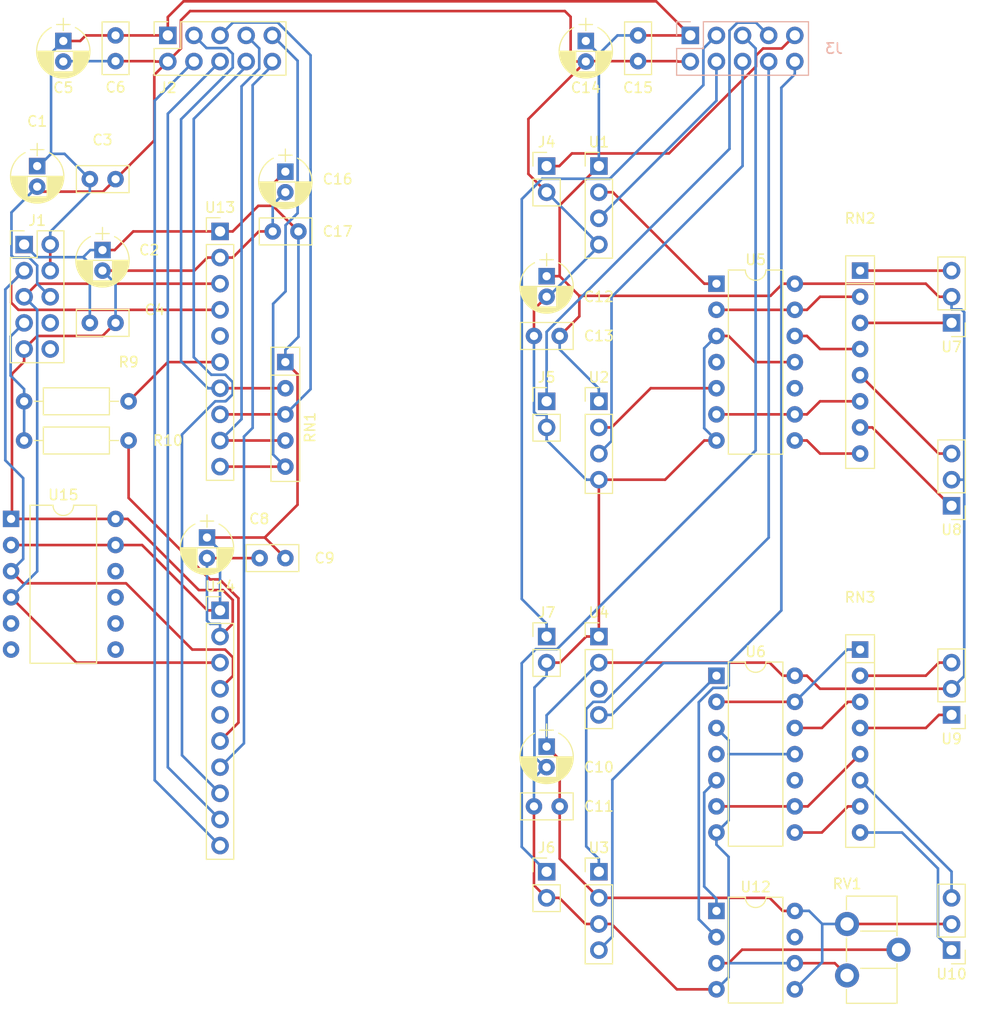
<source format=kicad_pcb>
(kicad_pcb (version 4) (host pcbnew 4.0.7)
  (layers (0 F.Cu signal) (31 B.Cu signal) (34 B.Paste user) (35 F.Paste user) (36 B.SilkS user) (37 F.SilkS user) (38 B.Mask user) (39 F.Mask user) (44 Edge.Cuts user))
  (net 0 "")
  (net 1 GND)
  (net 2 VCC)
  (net 3 "Net-(J2-Pad5)")
  (net 4 "Net-(J2-Pad7)")
  (net 5 "Net-(J2-Pad9)")
  (net 6 "Net-(J3-Pad5)")
  (net 7 "Net-(J3-Pad7)")
  (net 8 "Net-(J3-Pad9)")
  (net 9 "Net-(J3-Pad6)")
  (net 10 "Net-(J3-Pad8)")
  (net 11 "Net-(J3-Pad10)")
  (net 12 "Net-(J2-Pad10)")
  (net 13 "Net-(J2-Pad8)")
  (net 14 "Net-(J2-Pad6)")
  (net 15 "Net-(J2-Pad3)")
  (net 16 "Net-(J2-Pad4)")
  (net 17 "Net-(J3-Pad3)")
  (net 18 "Net-(J3-Pad4)")
  (net 19 +3V3)
  (net 20 GNDD)
  (net 21 "Net-(J1-Pad3)")
  (net 22 "Net-(J1-Pad5)")
  (net 23 "Net-(J1-Pad7)")
  (net 24 "Net-(J1-Pad8)")
  (net 25 "Net-(J1-Pad10)")
  (net 26 "Net-(R9-Pad1)")
  (net 27 "Net-(R10-Pad1)")
  (net 28 "Net-(RV1-Pad2)")
  (net 29 "Net-(U1-Pad2)")
  (net 30 "Net-(U2-Pad2)")
  (net 31 "Net-(U3-Pad4)")
  (net 32 "Net-(U4-Pad3)")
  (net 33 "Net-(U5-Pad10)")
  (net 34 "Net-(U5-Pad4)")
  (net 35 "Net-(U6-Pad10)")
  (net 36 "Net-(U6-Pad4)")
  (net 37 "Net-(U12-Pad1)")
  (net 38 "Net-(U12-Pad7)")
  (net 39 "Net-(U13-Pad5)")
  (net 40 "Net-(U14-Pad5)")
  (net 41 "Net-(U15-Pad7)")
  (net 42 "Net-(U15-Pad8)")
  (net 43 "Net-(U15-Pad9)")
  (net 44 "Net-(U15-Pad10)")
  (net 45 "Net-(U15-Pad5)")
  (net 46 "Net-(U15-Pad6)")
  (net 47 "Net-(RN2-Pad1)")
  (net 48 "Net-(RN2-Pad2)")
  (net 49 "Net-(RN2-Pad3)")
  (net 50 "Net-(RN2-Pad4)")
  (net 51 "Net-(RN2-Pad5)")
  (net 52 "Net-(RN2-Pad6)")
  (net 53 "Net-(RN2-Pad7)")
  (net 54 "Net-(RN2-Pad8)")
  (net 55 "Net-(RN3-Pad1)")
  (net 56 "Net-(RN3-Pad2)")
  (net 57 "Net-(RN3-Pad3)")
  (net 58 "Net-(RN3-Pad4)")
  (net 59 "Net-(RN3-Pad5)")
  (net 60 "Net-(RN3-Pad6)")
  (net 61 "Net-(RN3-Pad7)")
  (net 62 "Net-(RN3-Pad8)")
  (module Pin_Headers:Pin_Header_Straight_2x05_Pitch2.54mm (layer B.Cu) (at 223.52 53.34 270)
    (fp_text reference J3 (at 1.27 -13.97 360) (layer B.SilkS) (effects (justify mirror)))
    (fp_text value "digital header")
    (pad 1 thru_hole rect (at 0 0 270) (size 1.7 1.7) (drill 1) (layers *.Cu *.Mask) (net 2 VCC))
    (pad 2 thru_hole oval (at 2.54 0 270) (size 1.7 1.7) (drill 1) (layers *.Cu *.Mask) (net 1 GND))
    (pad 3 thru_hole oval (at 0 -2.54 270) (size 1.7 1.7) (drill 1) (layers *.Cu *.Mask) (net 17 "Net-(J3-Pad3)"))
    (pad 4 thru_hole oval (at 2.54 -2.54 270) (size 1.7 1.7) (drill 1) (layers *.Cu *.Mask) (net 18 "Net-(J3-Pad4)"))
    (pad 5 thru_hole oval (at 0 -5.08 270) (size 1.7 1.7) (drill 1) (layers *.Cu *.Mask) (net 6 "Net-(J3-Pad5)"))
    (pad 6 thru_hole oval (at 2.54 -5.08 270) (size 1.7 1.7) (drill 1) (layers *.Cu *.Mask) (net 9 "Net-(J3-Pad6)"))
    (pad 7 thru_hole oval (at 0 -7.62 270) (size 1.7 1.7) (drill 1) (layers *.Cu *.Mask) (net 7 "Net-(J3-Pad7)"))
    (pad 8 thru_hole oval (at 2.54 -7.62 270) (size 1.7 1.7) (drill 1) (layers *.Cu *.Mask) (net 10 "Net-(J3-Pad8)"))
    (pad 9 thru_hole oval (at 0 -10.16 270) (size 1.7 1.7) (drill 1) (layers *.Cu *.Mask) (net 8 "Net-(J3-Pad9)"))
    (pad 10 thru_hole oval (at 2.54 -10.16 270) (size 1.7 1.7) (drill 1) (layers *.Cu *.Mask) (net 11 "Net-(J3-Pad10)"))
  )
  (module Capacitors_THT:CP_Radial_D5.0mm_P2.00mm (layer F.Cu) (at 160.02 66.04 270)
    (fp_text reference C1 (at -4.35 0 360) (layer F.SilkS))
    (fp_text value 1uF)
    (pad 1 thru_hole rect (at 0 0 270) (size 1.6 1.6) (drill 0.8) (layers *.Cu *.Mask) (net 2 VCC))
    (pad 2 thru_hole circle (at 2 0 270) (size 1.6 1.6) (drill 0.8) (layers *.Cu *.Mask) (net 1 GND))
  )
  (module Capacitors_THT:CP_Radial_D5.0mm_P2.00mm (layer F.Cu) (at 166.37 74.2 270)
    (fp_text reference C2 (at 0 -4.54 360) (layer F.SilkS))
    (fp_text value 1uF)
    (pad 1 thru_hole rect (at 0 0 270) (size 1.6 1.6) (drill 0.8) (layers *.Cu *.Mask) (net 19 +3V3))
    (pad 2 thru_hole circle (at 2 0 270) (size 1.6 1.6) (drill 0.8) (layers *.Cu *.Mask) (net 20 GNDD))
  )
  (module Capacitors_THT:C_Disc_D5.0mm_W2.5mm_P2.50mm (layer F.Cu) (at 167.64 67.31 180)
    (fp_text reference C3 (at 1.27 3.81 180) (layer F.SilkS))
    (fp_text value 0.1uF)
    (pad 1 thru_hole circle (at 0 0 180) (size 1.6 1.6) (drill 0.8) (layers *.Cu *.Mask) (net 1 GND))
    (pad 2 thru_hole circle (at 2.5 0 180) (size 1.6 1.6) (drill 0.8) (layers *.Cu *.Mask) (net 2 VCC))
  )
  (module Capacitors_THT:C_Disc_D5.0mm_W2.5mm_P2.50mm (layer F.Cu) (at 167.64 81.28 180)
    (fp_text reference C4 (at -3.81 1.27 180) (layer F.SilkS))
    (fp_text value 0.1uF)
    (pad 1 thru_hole circle (at 0 0 180) (size 1.6 1.6) (drill 0.8) (layers *.Cu *.Mask) (net 20 GNDD))
    (pad 2 thru_hole circle (at 2.5 0 180) (size 1.6 1.6) (drill 0.8) (layers *.Cu *.Mask) (net 19 +3V3))
  )
  (module Capacitors_THT:CP_Radial_D5.0mm_P2.00mm (layer F.Cu) (at 162.56 53.88 270)
    (fp_text reference C5 (at 4.54 0 360) (layer F.SilkS))
    (fp_text value 1uF)
    (pad 1 thru_hole rect (at 0 0 270) (size 1.6 1.6) (drill 0.8) (layers *.Cu *.Mask) (net 2 VCC))
    (pad 2 thru_hole circle (at 2 0 270) (size 1.6 1.6) (drill 0.8) (layers *.Cu *.Mask) (net 1 GND))
  )
  (module Capacitors_THT:C_Disc_D5.0mm_W2.5mm_P2.50mm (layer F.Cu) (at 167.64 55.84 90)
    (fp_text reference C6 (at -2.54 0 180) (layer F.SilkS))
    (fp_text value 0.1uF)
    (pad 1 thru_hole circle (at 0 0 90) (size 1.6 1.6) (drill 0.8) (layers *.Cu *.Mask) (net 1 GND))
    (pad 2 thru_hole circle (at 2.5 0 90) (size 1.6 1.6) (drill 0.8) (layers *.Cu *.Mask) (net 2 VCC))
  )
  (module Capacitors_THT:CP_Radial_D5.0mm_P2.00mm (layer F.Cu) (at 176.53 102.14 270)
    (fp_text reference C8 (at -1.81 -5.08 360) (layer F.SilkS))
    (fp_text value 1uF)
    (pad 1 thru_hole rect (at 0 0 270) (size 1.6 1.6) (drill 0.8) (layers *.Cu *.Mask) (net 19 +3V3))
    (pad 2 thru_hole circle (at 2 0 270) (size 1.6 1.6) (drill 0.8) (layers *.Cu *.Mask) (net 20 GNDD))
  )
  (module Capacitors_THT:C_Disc_D5.0mm_W2.5mm_P2.50mm (layer F.Cu) (at 181.65 104.14)
    (fp_text reference C9 (at 6.31 0) (layer F.SilkS))
    (fp_text value 0.1uF)
    (pad 1 thru_hole circle (at 0 0) (size 1.6 1.6) (drill 0.8) (layers *.Cu *.Mask) (net 20 GNDD))
    (pad 2 thru_hole circle (at 2.5 0) (size 1.6 1.6) (drill 0.8) (layers *.Cu *.Mask) (net 19 +3V3))
  )
  (module Capacitors_THT:CP_Radial_D5.0mm_P2.00mm (layer F.Cu) (at 209.55 122.46 270)
    (fp_text reference C10 (at 2 -5.08 360) (layer F.SilkS))
    (fp_text value 1uF)
    (pad 1 thru_hole rect (at 0 0 270) (size 1.6 1.6) (drill 0.8) (layers *.Cu *.Mask) (net 2 VCC))
    (pad 2 thru_hole circle (at 2 0 270) (size 1.6 1.6) (drill 0.8) (layers *.Cu *.Mask) (net 1 GND))
  )
  (module Capacitors_THT:C_Disc_D5.0mm_W2.5mm_P2.50mm (layer F.Cu) (at 208.32 128.27)
    (fp_text reference C11 (at 6.31 0) (layer F.SilkS))
    (fp_text value 0.1uF)
    (pad 1 thru_hole circle (at 0 0) (size 1.6 1.6) (drill 0.8) (layers *.Cu *.Mask) (net 1 GND))
    (pad 2 thru_hole circle (at 2.5 0) (size 1.6 1.6) (drill 0.8) (layers *.Cu *.Mask) (net 2 VCC))
  )
  (module Capacitors_THT:CP_Radial_D5.0mm_P2.00mm (layer F.Cu) (at 209.55 76.74 270)
    (fp_text reference C12 (at 2 -5.08 540) (layer F.SilkS))
    (fp_text value 1uF)
    (pad 1 thru_hole rect (at 0 0 270) (size 1.6 1.6) (drill 0.8) (layers *.Cu *.Mask) (net 2 VCC))
    (pad 2 thru_hole circle (at 2 0 270) (size 1.6 1.6) (drill 0.8) (layers *.Cu *.Mask) (net 1 GND))
  )
  (module Capacitors_THT:C_Disc_D5.0mm_W2.5mm_P2.50mm (layer F.Cu) (at 208.32 82.55)
    (fp_text reference C13 (at 6.31 0) (layer F.SilkS))
    (fp_text value 0.1uF)
    (pad 1 thru_hole circle (at 0 0) (size 1.6 1.6) (drill 0.8) (layers *.Cu *.Mask) (net 1 GND))
    (pad 2 thru_hole circle (at 2.5 0) (size 1.6 1.6) (drill 0.8) (layers *.Cu *.Mask) (net 2 VCC))
  )
  (module Capacitors_THT:CP_Radial_D5.0mm_P2.00mm (layer F.Cu) (at 213.36 53.88 270)
    (fp_text reference C14 (at 4.540001 0 360) (layer F.SilkS))
    (fp_text value 1uF)
    (pad 1 thru_hole rect (at 0 0 270) (size 1.6 1.6) (drill 0.8) (layers *.Cu *.Mask) (net 2 VCC))
    (pad 2 thru_hole circle (at 2 0 270) (size 1.6 1.6) (drill 0.8) (layers *.Cu *.Mask) (net 1 GND))
  )
  (module Capacitors_THT:C_Disc_D5.0mm_W2.5mm_P2.50mm (layer F.Cu) (at 218.44 55.84 90)
    (fp_text reference C15 (at -2.58 0 180) (layer F.SilkS))
    (fp_text value 0.1uF)
    (pad 1 thru_hole circle (at 0 0 90) (size 1.6 1.6) (drill 0.8) (layers *.Cu *.Mask) (net 1 GND))
    (pad 2 thru_hole circle (at 2.5 0 90) (size 1.6 1.6) (drill 0.8) (layers *.Cu *.Mask) (net 2 VCC))
  )
  (module Capacitors_THT:CP_Radial_D5.0mm_P2.00mm (layer F.Cu) (at 184.15 66.58 270)
    (fp_text reference C16 (at 0.73 -5.08 360) (layer F.SilkS))
    (fp_text value 1uF)
    (pad 1 thru_hole rect (at 0 0 270) (size 1.6 1.6) (drill 0.8) (layers *.Cu *.Mask) (net 19 +3V3))
    (pad 2 thru_hole circle (at 2 0 270) (size 1.6 1.6) (drill 0.8) (layers *.Cu *.Mask) (net 20 GNDD))
  )
  (module Capacitors_THT:C_Disc_D5.0mm_W2.5mm_P2.50mm (layer F.Cu) (at 182.92 72.39)
    (fp_text reference C17 (at 6.31 0) (layer F.SilkS))
    (fp_text value 0.1uF)
    (pad 1 thru_hole circle (at 0 0) (size 1.6 1.6) (drill 0.8) (layers *.Cu *.Mask) (net 20 GNDD))
    (pad 2 thru_hole circle (at 2.5 0) (size 1.6 1.6) (drill 0.8) (layers *.Cu *.Mask) (net 19 +3V3))
  )
  (module Pin_Headers:Pin_Header_Straight_2x05_Pitch2.54mm (layer F.Cu) (at 158.75 73.66)
    (fp_text reference J1 (at 1.27 -2.33) (layer F.SilkS))
    (fp_text value RPi)
    (pad 1 thru_hole rect (at 0 0) (size 1.7 1.7) (drill 1) (layers *.Cu *.Mask) (net 19 +3V3))
    (pad 2 thru_hole oval (at 2.54 0) (size 1.7 1.7) (drill 1) (layers *.Cu *.Mask) (net 2 VCC))
    (pad 3 thru_hole oval (at 0 2.54) (size 1.7 1.7) (drill 1) (layers *.Cu *.Mask) (net 21 "Net-(J1-Pad3)"))
    (pad 4 thru_hole oval (at 2.54 2.54) (size 1.7 1.7) (drill 1) (layers *.Cu *.Mask) (net 2 VCC))
    (pad 5 thru_hole oval (at 0 5.08) (size 1.7 1.7) (drill 1) (layers *.Cu *.Mask) (net 22 "Net-(J1-Pad5)"))
    (pad 6 thru_hole oval (at 2.54 5.08) (size 1.7 1.7) (drill 1) (layers *.Cu *.Mask) (net 1 GND))
    (pad 7 thru_hole oval (at 0 7.62) (size 1.7 1.7) (drill 1) (layers *.Cu *.Mask) (net 23 "Net-(J1-Pad7)"))
    (pad 8 thru_hole oval (at 2.54 7.62) (size 1.7 1.7) (drill 1) (layers *.Cu *.Mask) (net 24 "Net-(J1-Pad8)"))
    (pad 9 thru_hole oval (at 0 10.16) (size 1.7 1.7) (drill 1) (layers *.Cu *.Mask) (net 20 GNDD))
    (pad 10 thru_hole oval (at 2.54 10.16) (size 1.7 1.7) (drill 1) (layers *.Cu *.Mask) (net 25 "Net-(J1-Pad10)"))
  )
  (module Pin_Headers:Pin_Header_Straight_1x02_Pitch2.54mm (layer F.Cu) (at 209.55 66.04)
    (fp_text reference J4 (at 0 -2.33) (layer F.SilkS))
    (fp_text value 1x2)
    (pad 1 thru_hole rect (at 0 0) (size 1.7 1.7) (drill 1) (layers *.Cu *.Mask) (net 8 "Net-(J3-Pad9)"))
    (pad 2 thru_hole oval (at 0 2.54) (size 1.7 1.7) (drill 1) (layers *.Cu *.Mask) (net 1 GND))
  )
  (module Pin_Headers:Pin_Header_Straight_1x02_Pitch2.54mm (layer F.Cu) (at 209.55 88.9)
    (fp_text reference J5 (at 0 -2.33) (layer F.SilkS))
    (fp_text value 1x2)
    (pad 1 thru_hole rect (at 0 0) (size 1.7 1.7) (drill 1) (layers *.Cu *.Mask) (net 7 "Net-(J3-Pad7)"))
    (pad 2 thru_hole oval (at 0 2.54) (size 1.7 1.7) (drill 1) (layers *.Cu *.Mask) (net 1 GND))
  )
  (module Pin_Headers:Pin_Header_Straight_1x02_Pitch2.54mm (layer F.Cu) (at 209.55 134.62)
    (fp_text reference J6 (at 0 -2.33) (layer F.SilkS))
    (fp_text value 1x2)
    (pad 1 thru_hole rect (at 0 0) (size 1.7 1.7) (drill 1) (layers *.Cu *.Mask) (net 6 "Net-(J3-Pad5)"))
    (pad 2 thru_hole oval (at 0 2.54) (size 1.7 1.7) (drill 1) (layers *.Cu *.Mask) (net 1 GND))
  )
  (module Pin_Headers:Pin_Header_Straight_1x02_Pitch2.54mm (layer F.Cu) (at 209.55 111.76)
    (fp_text reference J7 (at 0 -2.33) (layer F.SilkS))
    (fp_text value 1x2)
    (pad 1 thru_hole rect (at 0 0) (size 1.7 1.7) (drill 1) (layers *.Cu *.Mask) (net 17 "Net-(J3-Pad3)"))
    (pad 2 thru_hole oval (at 0 2.54) (size 1.7 1.7) (drill 1) (layers *.Cu *.Mask) (net 1 GND))
  )
  (module Resistors_THT:R_Axial_DIN0207_L6.3mm_D2.5mm_P10.16mm_Horizontal (layer F.Cu) (at 168.91 88.9 180)
    (fp_text reference R9 (at 0 3.81 360) (layer F.SilkS))
    (fp_text value 4.7k)
    (pad 1 thru_hole circle (at 0 0 180) (size 1.6 1.6) (drill 0.8) (layers *.Cu *.Mask) (net 26 "Net-(R9-Pad1)"))
    (pad 2 thru_hole oval (at 10.16 0 180) (size 1.6 1.6) (drill 0.8) (layers *.Cu *.Mask) (net 23 "Net-(J1-Pad7)"))
  )
  (module Resistors_THT:R_Axial_DIN0207_L6.3mm_D2.5mm_P10.16mm_Horizontal (layer F.Cu) (at 168.91 92.71 180)
    (fp_text reference R10 (at -3.81 0 360) (layer F.SilkS))
    (fp_text value 4.7k)
    (pad 1 thru_hole circle (at 0 0 180) (size 1.6 1.6) (drill 0.8) (layers *.Cu *.Mask) (net 27 "Net-(R10-Pad1)"))
    (pad 2 thru_hole oval (at 10.16 0 180) (size 1.6 1.6) (drill 0.8) (layers *.Cu *.Mask) (net 23 "Net-(J1-Pad7)"))
  )
  (module Resistors_THT:R_Array_SIP5 (layer F.Cu) (at 184.15 85.09 270)
    (fp_text reference RN1 (at 6.35 -2.4 270) (layer F.SilkS))
    (fp_text value 4x100K)
    (pad 1 thru_hole rect (at 0 0 270) (size 1.6 1.6) (drill 0.8) (layers *.Cu *.Mask) (net 19 +3V3))
    (pad 2 thru_hole oval (at 2.54 0 270) (size 1.6 1.6) (drill 0.8) (layers *.Cu *.Mask) (net 15 "Net-(J2-Pad3)"))
    (pad 3 thru_hole oval (at 5.08 0 270) (size 1.6 1.6) (drill 0.8) (layers *.Cu *.Mask) (net 3 "Net-(J2-Pad5)"))
    (pad 4 thru_hole oval (at 7.62 0 270) (size 1.6 1.6) (drill 0.8) (layers *.Cu *.Mask) (net 4 "Net-(J2-Pad7)"))
    (pad 5 thru_hole oval (at 10.16 0 270) (size 1.6 1.6) (drill 0.8) (layers *.Cu *.Mask) (net 5 "Net-(J2-Pad9)"))
  )
  (module Potentiometers:Potentiometer_Trimmer_Piher_PT-10h5_Vertical_Px5.0mm_Py5.0mm (layer F.Cu) (at 238.76 139.7)
    (fp_text reference RV1 (at 0 -3.9) (layer F.SilkS))
    (fp_text value 10K)
    (pad 3 thru_hole circle (at 0 5) (size 2.34 2.34) (drill 1.3) (layers *.Cu *.Mask) (net 1 GND))
    (pad 2 thru_hole circle (at 5 2.5) (size 2.34 2.34) (drill 1.3) (layers *.Cu *.Mask) (net 28 "Net-(RV1-Pad2)"))
    (pad 1 thru_hole circle (at 0 0) (size 2.34 2.34) (drill 1.3) (layers *.Cu *.Mask) (net 2 VCC))
  )
  (module Socket_Strips:Socket_Strip_Straight_1x04_Pitch2.54mm (layer F.Cu) (at 214.63 66.04)
    (fp_text reference U1 (at 0 -2.33) (layer F.SilkS))
    (fp_text value MQ-8)
    (pad 1 thru_hole rect (at 0 0) (size 1.7 1.7) (drill 1) (layers *.Cu *.Mask) (net 2 VCC))
    (pad 2 thru_hole oval (at 0 2.54) (size 1.7 1.7) (drill 1) (layers *.Cu *.Mask) (net 29 "Net-(U1-Pad2)"))
    (pad 3 thru_hole oval (at 0 5.08) (size 1.7 1.7) (drill 1) (layers *.Cu *.Mask) (net 18 "Net-(J3-Pad4)"))
    (pad 4 thru_hole oval (at 0 7.62) (size 1.7 1.7) (drill 1) (layers *.Cu *.Mask) (net 1 GND))
  )
  (module Socket_Strips:Socket_Strip_Straight_1x04_Pitch2.54mm (layer F.Cu) (at 214.63 88.9)
    (fp_text reference U2 (at 0 -2.33) (layer F.SilkS))
    (fp_text value MQ-4)
    (pad 1 thru_hole rect (at 0 0) (size 1.7 1.7) (drill 1) (layers *.Cu *.Mask) (net 2 VCC))
    (pad 2 thru_hole oval (at 0 2.54) (size 1.7 1.7) (drill 1) (layers *.Cu *.Mask) (net 30 "Net-(U2-Pad2)"))
    (pad 3 thru_hole oval (at 0 5.08) (size 1.7 1.7) (drill 1) (layers *.Cu *.Mask) (net 9 "Net-(J3-Pad6)"))
    (pad 4 thru_hole oval (at 0 7.62) (size 1.7 1.7) (drill 1) (layers *.Cu *.Mask) (net 1 GND))
  )
  (module Socket_Strips:Socket_Strip_Straight_1x04_Pitch2.54mm (layer F.Cu) (at 214.63 134.62)
    (fp_text reference U3 (at 0 -2.33) (layer F.SilkS))
    (fp_text value CO2)
    (pad 1 thru_hole rect (at 0 0) (size 1.7 1.7) (drill 1) (layers *.Cu *.Mask) (net 10 "Net-(J3-Pad8)"))
    (pad 2 thru_hole oval (at 0 2.54) (size 1.7 1.7) (drill 1) (layers *.Cu *.Mask) (net 2 VCC))
    (pad 3 thru_hole oval (at 0 5.08) (size 1.7 1.7) (drill 1) (layers *.Cu *.Mask) (net 1 GND))
    (pad 4 thru_hole oval (at 0 7.62) (size 1.7 1.7) (drill 1) (layers *.Cu *.Mask) (net 31 "Net-(U3-Pad4)"))
  )
  (module Socket_Strips:Socket_Strip_Straight_1x04_Pitch2.54mm (layer F.Cu) (at 214.63 111.76)
    (fp_text reference U4 (at 0 -2.33) (layer F.SilkS))
    (fp_text value O2)
    (pad 1 thru_hole rect (at 0 0) (size 1.7 1.7) (drill 1) (layers *.Cu *.Mask) (net 1 GND))
    (pad 2 thru_hole oval (at 0 2.54) (size 1.7 1.7) (drill 1) (layers *.Cu *.Mask) (net 2 VCC))
    (pad 3 thru_hole oval (at 0 5.08) (size 1.7 1.7) (drill 1) (layers *.Cu *.Mask) (net 32 "Net-(U4-Pad3)"))
    (pad 4 thru_hole oval (at 0 7.62) (size 1.7 1.7) (drill 1) (layers *.Cu *.Mask) (net 11 "Net-(J3-Pad10)"))
  )
  (module Housings_DIP:DIP-14_W7.62mm (layer F.Cu) (at 226.06 77.47)
    (fp_text reference U5 (at 3.81 -2.33) (layer F.SilkS))
    (fp_text value 7407)
    (pad 1 thru_hole rect (at 0 0) (size 1.6 1.6) (drill 0.8) (layers *.Cu *.Mask) (net 29 "Net-(U1-Pad2)"))
    (pad 8 thru_hole oval (at 7.62 15.24) (size 1.6 1.6) (drill 0.8) (layers *.Cu *.Mask) (net 54 "Net-(RN2-Pad8)"))
    (pad 2 thru_hole oval (at 0 2.54) (size 1.6 1.6) (drill 0.8) (layers *.Cu *.Mask) (net 48 "Net-(RN2-Pad2)"))
    (pad 9 thru_hole oval (at 7.62 12.7) (size 1.6 1.6) (drill 0.8) (layers *.Cu *.Mask) (net 52 "Net-(RN2-Pad6)"))
    (pad 3 thru_hole oval (at 0 5.08) (size 1.6 1.6) (drill 0.8) (layers *.Cu *.Mask) (net 1 GND))
    (pad 10 thru_hole oval (at 7.62 10.16) (size 1.6 1.6) (drill 0.8) (layers *.Cu *.Mask) (net 33 "Net-(U5-Pad10)"))
    (pad 4 thru_hole oval (at 0 7.62) (size 1.6 1.6) (drill 0.8) (layers *.Cu *.Mask) (net 34 "Net-(U5-Pad4)"))
    (pad 11 thru_hole oval (at 7.62 7.62) (size 1.6 1.6) (drill 0.8) (layers *.Cu *.Mask) (net 1 GND))
    (pad 5 thru_hole oval (at 0 10.16) (size 1.6 1.6) (drill 0.8) (layers *.Cu *.Mask) (net 30 "Net-(U2-Pad2)"))
    (pad 12 thru_hole oval (at 7.62 5.08) (size 1.6 1.6) (drill 0.8) (layers *.Cu *.Mask) (net 50 "Net-(RN2-Pad4)"))
    (pad 6 thru_hole oval (at 0 12.7) (size 1.6 1.6) (drill 0.8) (layers *.Cu *.Mask) (net 52 "Net-(RN2-Pad6)"))
    (pad 13 thru_hole oval (at 7.62 2.54) (size 1.6 1.6) (drill 0.8) (layers *.Cu *.Mask) (net 48 "Net-(RN2-Pad2)"))
    (pad 7 thru_hole oval (at 0 15.24) (size 1.6 1.6) (drill 0.8) (layers *.Cu *.Mask) (net 1 GND))
    (pad 14 thru_hole oval (at 7.62 0) (size 1.6 1.6) (drill 0.8) (layers *.Cu *.Mask) (net 2 VCC))
  )
  (module Housings_DIP:DIP-14_W7.62mm (layer F.Cu) (at 226.06 115.57)
    (fp_text reference U6 (at 3.81 -2.33) (layer F.SilkS))
    (fp_text value 7407)
    (pad 1 thru_hole rect (at 0 0) (size 1.6 1.6) (drill 0.8) (layers *.Cu *.Mask) (net 31 "Net-(U3-Pad4)"))
    (pad 8 thru_hole oval (at 7.62 15.24) (size 1.6 1.6) (drill 0.8) (layers *.Cu *.Mask) (net 61 "Net-(RN3-Pad7)"))
    (pad 2 thru_hole oval (at 0 2.54) (size 1.6 1.6) (drill 0.8) (layers *.Cu *.Mask) (net 55 "Net-(RN3-Pad1)"))
    (pad 9 thru_hole oval (at 7.62 12.7) (size 1.6 1.6) (drill 0.8) (layers *.Cu *.Mask) (net 59 "Net-(RN3-Pad5)"))
    (pad 3 thru_hole oval (at 0 5.08) (size 1.6 1.6) (drill 0.8) (layers *.Cu *.Mask) (net 1 GND))
    (pad 10 thru_hole oval (at 7.62 10.16) (size 1.6 1.6) (drill 0.8) (layers *.Cu *.Mask) (net 35 "Net-(U6-Pad10)"))
    (pad 4 thru_hole oval (at 0 7.62) (size 1.6 1.6) (drill 0.8) (layers *.Cu *.Mask) (net 36 "Net-(U6-Pad4)"))
    (pad 11 thru_hole oval (at 7.62 7.62) (size 1.6 1.6) (drill 0.8) (layers *.Cu *.Mask) (net 1 GND))
    (pad 5 thru_hole oval (at 0 10.16) (size 1.6 1.6) (drill 0.8) (layers *.Cu *.Mask) (net 37 "Net-(U12-Pad1)"))
    (pad 12 thru_hole oval (at 7.62 5.08) (size 1.6 1.6) (drill 0.8) (layers *.Cu *.Mask) (net 57 "Net-(RN3-Pad3)"))
    (pad 6 thru_hole oval (at 0 12.7) (size 1.6 1.6) (drill 0.8) (layers *.Cu *.Mask) (net 59 "Net-(RN3-Pad5)"))
    (pad 13 thru_hole oval (at 7.62 2.54) (size 1.6 1.6) (drill 0.8) (layers *.Cu *.Mask) (net 55 "Net-(RN3-Pad1)"))
    (pad 7 thru_hole oval (at 0 15.24) (size 1.6 1.6) (drill 0.8) (layers *.Cu *.Mask) (net 1 GND))
    (pad 14 thru_hole oval (at 7.62 0) (size 1.6 1.6) (drill 0.8) (layers *.Cu *.Mask) (net 2 VCC))
  )
  (module Socket_Strips:Socket_Strip_Straight_1x03_Pitch2.54mm (layer F.Cu) (at 248.92 99.06 180)
    (fp_text reference U8 (at 0 -2.33 180) (layer F.SilkS))
    (fp_text value "RG LED")
    (pad 1 thru_hole rect (at 0 0 180) (size 1.7 1.7) (drill 1) (layers *.Cu *.Mask) (net 53 "Net-(RN2-Pad7)"))
    (pad 2 thru_hole oval (at 0 2.54 180) (size 1.7 1.7) (drill 1) (layers *.Cu *.Mask) (net 2 VCC))
    (pad 3 thru_hole oval (at 0 5.08 180) (size 1.7 1.7) (drill 1) (layers *.Cu *.Mask) (net 51 "Net-(RN2-Pad5)"))
  )
  (module Socket_Strips:Socket_Strip_Straight_1x03_Pitch2.54mm (layer F.Cu) (at 248.92 119.38 180)
    (fp_text reference U9 (at 0 -2.33 180) (layer F.SilkS))
    (fp_text value "RG LED")
    (pad 1 thru_hole rect (at 0 0 180) (size 1.7 1.7) (drill 1) (layers *.Cu *.Mask) (net 58 "Net-(RN3-Pad4)"))
    (pad 2 thru_hole oval (at 0 2.54 180) (size 1.7 1.7) (drill 1) (layers *.Cu *.Mask) (net 2 VCC))
    (pad 3 thru_hole oval (at 0 5.08 180) (size 1.7 1.7) (drill 1) (layers *.Cu *.Mask) (net 56 "Net-(RN3-Pad2)"))
  )
  (module Socket_Strips:Socket_Strip_Straight_1x03_Pitch2.54mm (layer F.Cu) (at 248.92 142.24 180)
    (fp_text reference U10 (at 0 -2.33 180) (layer F.SilkS))
    (fp_text value "RG LED")
    (pad 1 thru_hole rect (at 0 0 180) (size 1.7 1.7) (drill 1) (layers *.Cu *.Mask) (net 62 "Net-(RN3-Pad8)"))
    (pad 2 thru_hole oval (at 0 2.54 180) (size 1.7 1.7) (drill 1) (layers *.Cu *.Mask) (net 2 VCC))
    (pad 3 thru_hole oval (at 0 5.08 180) (size 1.7 1.7) (drill 1) (layers *.Cu *.Mask) (net 60 "Net-(RN3-Pad6)"))
  )
  (module Housings_DIP:DIP-8_W7.62mm (layer F.Cu) (at 226.06 138.43)
    (fp_text reference U12 (at 3.81 -2.33) (layer F.SilkS))
    (fp_text value LM393)
    (pad 1 thru_hole rect (at 0 0) (size 1.6 1.6) (drill 0.8) (layers *.Cu *.Mask) (net 37 "Net-(U12-Pad1)"))
    (pad 5 thru_hole oval (at 7.62 7.62) (size 1.6 1.6) (drill 0.8) (layers *.Cu *.Mask) (net 2 VCC))
    (pad 2 thru_hole oval (at 0 2.54) (size 1.6 1.6) (drill 0.8) (layers *.Cu *.Mask) (net 11 "Net-(J3-Pad10)"))
    (pad 6 thru_hole oval (at 7.62 5.08) (size 1.6 1.6) (drill 0.8) (layers *.Cu *.Mask) (net 1 GND))
    (pad 3 thru_hole oval (at 0 5.08) (size 1.6 1.6) (drill 0.8) (layers *.Cu *.Mask) (net 28 "Net-(RV1-Pad2)"))
    (pad 7 thru_hole oval (at 7.62 2.54) (size 1.6 1.6) (drill 0.8) (layers *.Cu *.Mask) (net 38 "Net-(U12-Pad7)"))
    (pad 4 thru_hole oval (at 0 7.62) (size 1.6 1.6) (drill 0.8) (layers *.Cu *.Mask) (net 1 GND))
    (pad 8 thru_hole oval (at 7.62 0) (size 1.6 1.6) (drill 0.8) (layers *.Cu *.Mask) (net 2 VCC))
  )
  (module Socket_Strips:Socket_Strip_Straight_1x10_Pitch2.54mm (layer F.Cu) (at 177.8 72.39)
    (fp_text reference U13 (at 0 -2.33) (layer F.SilkS))
    (fp_text value ads1x15)
    (pad 1 thru_hole rect (at 0 0) (size 1.7 1.7) (drill 1) (layers *.Cu *.Mask) (net 19 +3V3))
    (pad 2 thru_hole oval (at 0 2.54) (size 1.7 1.7) (drill 1) (layers *.Cu *.Mask) (net 20 GNDD))
    (pad 3 thru_hole oval (at 0 5.08) (size 1.7 1.7) (drill 1) (layers *.Cu *.Mask) (net 22 "Net-(J1-Pad5)"))
    (pad 4 thru_hole oval (at 0 7.62) (size 1.7 1.7) (drill 1) (layers *.Cu *.Mask) (net 21 "Net-(J1-Pad3)"))
    (pad 5 thru_hole oval (at 0 10.16) (size 1.7 1.7) (drill 1) (layers *.Cu *.Mask) (net 39 "Net-(U13-Pad5)"))
    (pad 6 thru_hole oval (at 0 12.7) (size 1.7 1.7) (drill 1) (layers *.Cu *.Mask) (net 26 "Net-(R9-Pad1)"))
    (pad 7 thru_hole oval (at 0 15.24) (size 1.7 1.7) (drill 1) (layers *.Cu *.Mask) (net 15 "Net-(J2-Pad3)"))
    (pad 8 thru_hole oval (at 0 17.78) (size 1.7 1.7) (drill 1) (layers *.Cu *.Mask) (net 3 "Net-(J2-Pad5)"))
    (pad 9 thru_hole oval (at 0 20.32) (size 1.7 1.7) (drill 1) (layers *.Cu *.Mask) (net 4 "Net-(J2-Pad7)"))
    (pad 10 thru_hole oval (at 0 22.86) (size 1.7 1.7) (drill 1) (layers *.Cu *.Mask) (net 5 "Net-(J2-Pad9)"))
  )
  (module Socket_Strips:Socket_Strip_Straight_1x10_Pitch2.54mm (layer F.Cu) (at 177.8 109.22)
    (fp_text reference U14 (at 0 -2.33) (layer F.SilkS))
    (fp_text value ads1x15)
    (pad 1 thru_hole rect (at 0 0) (size 1.7 1.7) (drill 1) (layers *.Cu *.Mask) (net 19 +3V3))
    (pad 2 thru_hole oval (at 0 2.54) (size 1.7 1.7) (drill 1) (layers *.Cu *.Mask) (net 20 GNDD))
    (pad 3 thru_hole oval (at 0 5.08) (size 1.7 1.7) (drill 1) (layers *.Cu *.Mask) (net 22 "Net-(J1-Pad5)"))
    (pad 4 thru_hole oval (at 0 7.62) (size 1.7 1.7) (drill 1) (layers *.Cu *.Mask) (net 21 "Net-(J1-Pad3)"))
    (pad 5 thru_hole oval (at 0 10.16) (size 1.7 1.7) (drill 1) (layers *.Cu *.Mask) (net 40 "Net-(U14-Pad5)"))
    (pad 6 thru_hole oval (at 0 12.7) (size 1.7 1.7) (drill 1) (layers *.Cu *.Mask) (net 27 "Net-(R10-Pad1)"))
    (pad 7 thru_hole oval (at 0 15.24) (size 1.7 1.7) (drill 1) (layers *.Cu *.Mask) (net 12 "Net-(J2-Pad10)"))
    (pad 8 thru_hole oval (at 0 17.78) (size 1.7 1.7) (drill 1) (layers *.Cu *.Mask) (net 13 "Net-(J2-Pad8)"))
    (pad 9 thru_hole oval (at 0 20.32) (size 1.7 1.7) (drill 1) (layers *.Cu *.Mask) (net 14 "Net-(J2-Pad6)"))
    (pad 10 thru_hole oval (at 0 22.86) (size 1.7 1.7) (drill 1) (layers *.Cu *.Mask) (net 16 "Net-(J2-Pad4)"))
  )
  (module Housings_DIP:DIP-12_W10.16mm (layer F.Cu) (at 157.48 100.33)
    (fp_text reference U15 (at 5.08 -2.33) (layer F.SilkS))
    (fp_text value BME280)
    (pad 1 thru_hole rect (at 0 0) (size 1.6 1.6) (drill 0.8) (layers *.Cu *.Mask) (net 20 GNDD))
    (pad 7 thru_hole oval (at 10.16 12.7) (size 1.6 1.6) (drill 0.8) (layers *.Cu *.Mask) (net 41 "Net-(U15-Pad7)"))
    (pad 2 thru_hole oval (at 0 2.54) (size 1.6 1.6) (drill 0.8) (layers *.Cu *.Mask) (net 19 +3V3))
    (pad 8 thru_hole oval (at 10.16 10.16) (size 1.6 1.6) (drill 0.8) (layers *.Cu *.Mask) (net 42 "Net-(U15-Pad8)"))
    (pad 3 thru_hole oval (at 0 5.08) (size 1.6 1.6) (drill 0.8) (layers *.Cu *.Mask) (net 21 "Net-(J1-Pad3)"))
    (pad 9 thru_hole oval (at 10.16 7.62) (size 1.6 1.6) (drill 0.8) (layers *.Cu *.Mask) (net 43 "Net-(U15-Pad9)"))
    (pad 4 thru_hole oval (at 0 7.62) (size 1.6 1.6) (drill 0.8) (layers *.Cu *.Mask) (net 22 "Net-(J1-Pad5)"))
    (pad 10 thru_hole oval (at 10.16 5.08) (size 1.6 1.6) (drill 0.8) (layers *.Cu *.Mask) (net 44 "Net-(U15-Pad10)"))
    (pad 5 thru_hole oval (at 0 10.16) (size 1.6 1.6) (drill 0.8) (layers *.Cu *.Mask) (net 45 "Net-(U15-Pad5)"))
    (pad 11 thru_hole oval (at 10.16 2.54) (size 1.6 1.6) (drill 0.8) (layers *.Cu *.Mask) (net 19 +3V3))
    (pad 6 thru_hole oval (at 0 12.7) (size 1.6 1.6) (drill 0.8) (layers *.Cu *.Mask) (net 46 "Net-(U15-Pad6)"))
    (pad 12 thru_hole oval (at 10.16 0) (size 1.6 1.6) (drill 0.8) (layers *.Cu *.Mask) (net 20 GNDD))
  )
  (module Socket_Strips:Socket_Strip_Straight_2x05_Pitch2.54mm (layer F.Cu) (at 172.72 53.34 90)
    (fp_text reference J2 (at -5.08 0 180) (layer F.SilkS))
    (fp_text value "digital header")
    (pad 1 thru_hole rect (at 0 0 90) (size 1.7 1.7) (drill 1) (layers *.Cu *.Mask) (net 2 VCC))
    (pad 2 thru_hole oval (at -2.54 0 90) (size 1.7 1.7) (drill 1) (layers *.Cu *.Mask) (net 1 GND))
    (pad 3 thru_hole oval (at 0 2.54 90) (size 1.7 1.7) (drill 1) (layers *.Cu *.Mask) (net 15 "Net-(J2-Pad3)"))
    (pad 4 thru_hole oval (at -2.54 2.54 90) (size 1.7 1.7) (drill 1) (layers *.Cu *.Mask) (net 16 "Net-(J2-Pad4)"))
    (pad 5 thru_hole oval (at 0 5.08 90) (size 1.7 1.7) (drill 1) (layers *.Cu *.Mask) (net 3 "Net-(J2-Pad5)"))
    (pad 6 thru_hole oval (at -2.54 5.08 90) (size 1.7 1.7) (drill 1) (layers *.Cu *.Mask) (net 14 "Net-(J2-Pad6)"))
    (pad 7 thru_hole oval (at 0 7.62 90) (size 1.7 1.7) (drill 1) (layers *.Cu *.Mask) (net 4 "Net-(J2-Pad7)"))
    (pad 8 thru_hole oval (at -2.54 7.62 90) (size 1.7 1.7) (drill 1) (layers *.Cu *.Mask) (net 13 "Net-(J2-Pad8)"))
    (pad 9 thru_hole oval (at 0 10.16 90) (size 1.7 1.7) (drill 1) (layers *.Cu *.Mask) (net 5 "Net-(J2-Pad9)"))
    (pad 10 thru_hole oval (at -2.54 10.16 90) (size 1.7 1.7) (drill 1) (layers *.Cu *.Mask) (net 12 "Net-(J2-Pad10)"))
  )
  (module Resistors_THT:R_Array_SIP8 (layer F.Cu) (at 240.03 76.2 270)
    (fp_text reference RN2 (at -5.08 0 360) (layer F.SilkS))
    (fp_text value 4x150)
    (pad 1 thru_hole rect (at 0 0 270) (size 1.6 1.6) (drill 0.8) (layers *.Cu *.Mask) (net 47 "Net-(RN2-Pad1)"))
    (pad 2 thru_hole oval (at 2.54 0 270) (size 1.6 1.6) (drill 0.8) (layers *.Cu *.Mask) (net 48 "Net-(RN2-Pad2)"))
    (pad 3 thru_hole oval (at 5.08 0 270) (size 1.6 1.6) (drill 0.8) (layers *.Cu *.Mask) (net 49 "Net-(RN2-Pad3)"))
    (pad 4 thru_hole oval (at 7.62 0 270) (size 1.6 1.6) (drill 0.8) (layers *.Cu *.Mask) (net 50 "Net-(RN2-Pad4)"))
    (pad 5 thru_hole oval (at 10.16 0 270) (size 1.6 1.6) (drill 0.8) (layers *.Cu *.Mask) (net 51 "Net-(RN2-Pad5)"))
    (pad 6 thru_hole oval (at 12.7 0 270) (size 1.6 1.6) (drill 0.8) (layers *.Cu *.Mask) (net 52 "Net-(RN2-Pad6)"))
    (pad 7 thru_hole oval (at 15.24 0 270) (size 1.6 1.6) (drill 0.8) (layers *.Cu *.Mask) (net 53 "Net-(RN2-Pad7)"))
    (pad 8 thru_hole oval (at 17.78 0 270) (size 1.6 1.6) (drill 0.8) (layers *.Cu *.Mask) (net 54 "Net-(RN2-Pad8)"))
  )
  (module Resistors_THT:R_Array_SIP8 (layer F.Cu) (at 240.03 113.03 270)
    (fp_text reference RN3 (at -5.08 0 360) (layer F.SilkS))
    (fp_text value 4x180)
    (pad 1 thru_hole rect (at 0 0 270) (size 1.6 1.6) (drill 0.8) (layers *.Cu *.Mask) (net 55 "Net-(RN3-Pad1)"))
    (pad 2 thru_hole oval (at 2.54 0 270) (size 1.6 1.6) (drill 0.8) (layers *.Cu *.Mask) (net 56 "Net-(RN3-Pad2)"))
    (pad 3 thru_hole oval (at 5.08 0 270) (size 1.6 1.6) (drill 0.8) (layers *.Cu *.Mask) (net 57 "Net-(RN3-Pad3)"))
    (pad 4 thru_hole oval (at 7.62 0 270) (size 1.6 1.6) (drill 0.8) (layers *.Cu *.Mask) (net 58 "Net-(RN3-Pad4)"))
    (pad 5 thru_hole oval (at 10.16 0 270) (size 1.6 1.6) (drill 0.8) (layers *.Cu *.Mask) (net 59 "Net-(RN3-Pad5)"))
    (pad 6 thru_hole oval (at 12.7 0 270) (size 1.6 1.6) (drill 0.8) (layers *.Cu *.Mask) (net 60 "Net-(RN3-Pad6)"))
    (pad 7 thru_hole oval (at 15.24 0 270) (size 1.6 1.6) (drill 0.8) (layers *.Cu *.Mask) (net 61 "Net-(RN3-Pad7)"))
    (pad 8 thru_hole oval (at 17.78 0 270) (size 1.6 1.6) (drill 0.8) (layers *.Cu *.Mask) (net 62 "Net-(RN3-Pad8)"))
  )
  (module Pin_Headers:Pin_Header_Straight_1x03_Pitch2.54mm (layer F.Cu) (at 248.92 81.28 180)
    (fp_text reference U7 (at 0 -2.33 180) (layer F.SilkS))
    (fp_text value "RG LED")
    (pad 1 thru_hole rect (at 0 0 180) (size 1.7 1.7) (drill 1) (layers *.Cu *.Mask) (net 49 "Net-(RN2-Pad3)"))
    (pad 2 thru_hole oval (at 0 2.54 180) (size 1.7 1.7) (drill 1) (layers *.Cu *.Mask) (net 2 VCC))
    (pad 3 thru_hole oval (at 0 5.08 180) (size 1.7 1.7) (drill 1) (layers *.Cu *.Mask) (net 47 "Net-(RN2-Pad1)"))
  )
  (segment (start 173.992337 54.607663) (end 173.992337 51.866229) (width 0.254) (layer F.Cu) (net 1))
  (segment (start 211.88439 51.537457) (end 211.88439 55.526424) (width 0.254) (layer F.Cu) (net 1))
  (segment (start 173.992337 51.866229) (end 174.884414 50.974152) (width 0.254) (layer F.Cu) (net 1))
  (segment (start 211.88439 55.526424) (end 212.233913 55.875947) (width 0.254) (layer F.Cu) (net 1))
  (segment (start 174.884414 50.974152) (end 211.321085 50.974152) (width 0.254) (layer F.Cu) (net 1))
  (segment (start 211.321085 50.974152) (end 211.88439 51.537457) (width 0.254) (layer F.Cu) (net 1))
  (segment (start 212.233913 55.875947) (end 213.36 55.875947) (width 0.254) (layer F.Cu) (net 1))
  (segment (start 213.36 55.875947) (end 213.36 55.88) (width 0.254) (layer F.Cu) (net 1))
  (segment (start 172.72 55.88) (end 173.99 54.61) (width 0.254) (layer F.Cu) (net 1))
  (segment (start 167.64 67.31) (end 171.408154 63.541846) (width 0.254) (layer F.Cu) (net 1))
  (segment (start 171.408154 63.541846) (end 171.408154 57.175617) (width 0.254) (layer F.Cu) (net 1))
  (segment (start 171.408154 57.175617) (end 172.685749 55.898022) (width 0.254) (layer F.Cu) (net 1))
  (segment (start 213.36 55.88) (end 207.777639 61.462361) (width 0.254) (layer F.Cu) (net 1))
  (segment (start 207.777639 61.462361) (end 207.777639 66.804286) (width 0.254) (layer F.Cu) (net 1))
  (segment (start 207.777639 66.804286) (end 209.55 68.576647) (width 0.254) (layer F.Cu) (net 1))
  (segment (start 209.55 68.576647) (end 209.55 68.58) (width 0.254) (layer F.Cu) (net 1))
  (segment (start 214.63 73.66) (end 214.63092 73.66) (width 0.254) (layer B.Cu) (net 1))
  (segment (start 214.63092 73.66) (end 214.71336 73.74244) (width 0.254) (layer B.Cu) (net 1))
  (segment (start 214.71336 73.74244) (end 209.7158 78.74) (width 0.254) (layer B.Cu) (net 1))
  (segment (start 209.7158 78.74) (end 209.55 78.74) (width 0.254) (layer B.Cu) (net 1))
  (segment (start 209.55 68.58) (end 209.556945 68.58) (width 0.254) (layer B.Cu) (net 1))
  (segment (start 209.556945 68.58) (end 214.626585 73.64964) (width 0.254) (layer B.Cu) (net 1))
  (segment (start 214.626585 73.64964) (end 214.626585 73.65965) (width 0.254) (layer B.Cu) (net 1))
  (segment (start 214.626585 73.65965) (end 214.626235 73.66) (width 0.254) (layer B.Cu) (net 1))
  (segment (start 160.02 68.04) (end 157.5186 70.5414) (width 0.254) (layer B.Cu) (net 1))
  (segment (start 157.5186 70.5414) (end 157.5186 74.7283) (width 0.254) (layer B.Cu) (net 1))
  (segment (start 160.02 75.7114) (end 160.02 77.465014) (width 0.254) (layer B.Cu) (net 1))
  (segment (start 157.5186 74.7283) (end 157.7203 74.93) (width 0.254) (layer B.Cu) (net 1))
  (segment (start 157.7203 74.93) (end 159.2386 74.93) (width 0.254) (layer B.Cu) (net 1))
  (segment (start 159.2386 74.93) (end 160.02 75.7114) (width 0.254) (layer B.Cu) (net 1))
  (segment (start 160.02 77.465014) (end 161.29 78.735014) (width 0.254) (layer B.Cu) (net 1))
  (segment (start 161.29 78.735014) (end 161.29 78.74) (width 0.254) (layer B.Cu) (net 1))
  (segment (start 208.32 128.27) (end 208.3186 128.2714) (width 0.254) (layer F.Cu) (net 1))
  (segment (start 208.3186 128.2714) (end 208.3186 135.935079) (width 0.254) (layer F.Cu) (net 1))
  (segment (start 208.3186 135.935079) (end 209.543521 137.16) (width 0.254) (layer F.Cu) (net 1))
  (segment (start 209.543521 137.16) (end 209.55 137.16) (width 0.254) (layer F.Cu) (net 1))
  (segment (start 209.543846 68.58) (end 209.55 68.58) (width 0.254) (layer F.Cu) (net 1))
  (segment (start 226.06 82.55) (end 226.06 82.553887) (width 0.254) (layer B.Cu) (net 1))
  (segment (start 226.06 82.553887) (end 224.8712 83.742687) (width 0.254) (layer B.Cu) (net 1))
  (segment (start 224.8712 83.742687) (end 224.8712 91.514051) (width 0.254) (layer B.Cu) (net 1))
  (segment (start 224.8712 91.514051) (end 226.06 92.702851) (width 0.254) (layer B.Cu) (net 1))
  (segment (start 226.06 92.702851) (end 226.06 92.71) (width 0.254) (layer B.Cu) (net 1))
  (segment (start 171.904446 55.892754) (end 171.9172 55.88) (width 0.254) (layer F.Cu) (net 1))
  (segment (start 227.2438 123.19) (end 227.2438 121.835118) (width 0.254) (layer B.Cu) (net 1))
  (segment (start 227.2438 121.835118) (end 226.06 120.651318) (width 0.254) (layer B.Cu) (net 1))
  (segment (start 226.06 120.651318) (end 226.06 120.65) (width 0.254) (layer B.Cu) (net 1))
  (segment (start 226.06 130.81) (end 226.065253 130.81) (width 0.254) (layer B.Cu) (net 1))
  (segment (start 226.065253 130.81) (end 227.2438 129.631453) (width 0.254) (layer B.Cu) (net 1))
  (segment (start 227.2438 129.631453) (end 227.2438 123.19) (width 0.254) (layer B.Cu) (net 1))
  (segment (start 227.2414 143.51) (end 227.2414 144.877933) (width 0.254) (layer B.Cu) (net 1))
  (segment (start 227.2414 144.877933) (end 226.069333 146.05) (width 0.254) (layer B.Cu) (net 1))
  (segment (start 226.069333 146.05) (end 226.06 146.05) (width 0.254) (layer B.Cu) (net 1))
  (segment (start 237.57 143.51) (end 238.76 144.7) (width 0.254) (layer F.Cu) (net 1))
  (segment (start 233.68 143.51) (end 237.57 143.51) (width 0.254) (layer F.Cu) (net 1))
  (segment (start 226.06 130.81) (end 226.06 131.9913) (width 0.254) (layer B.Cu) (net 1))
  (segment (start 226.06 92.71) (end 224.8787 92.71) (width 0.254) (layer F.Cu) (net 1))
  (segment (start 210.8587 114.3) (end 209.55 114.3) (width 0.254) (layer F.Cu) (net 1))
  (segment (start 213.3987 111.76) (end 210.8587 114.3) (width 0.254) (layer F.Cu) (net 1))
  (segment (start 214.63 111.76) (end 213.3987 111.76) (width 0.254) (layer F.Cu) (net 1))
  (segment (start 209.55 137.16) (end 210.7813 137.16) (width 0.254) (layer F.Cu) (net 1))
  (segment (start 208.32 79.97) (end 209.55 78.74) (width 0.254) (layer F.Cu) (net 1))
  (segment (start 208.32 82.55) (end 208.32 79.97) (width 0.254) (layer F.Cu) (net 1))
  (segment (start 171.4487 55.84) (end 167.64 55.84) (width 0.254) (layer F.Cu) (net 1))
  (segment (start 171.4887 55.88) (end 171.4487 55.84) (width 0.254) (layer F.Cu) (net 1))
  (segment (start 222.2487 55.84) (end 222.2887 55.88) (width 0.254) (layer F.Cu) (net 1))
  (segment (start 218.44 55.84) (end 222.2487 55.84) (width 0.254) (layer F.Cu) (net 1))
  (segment (start 223.52 55.88) (end 222.2887 55.88) (width 0.254) (layer F.Cu) (net 1))
  (segment (start 166.4271 68.5229) (end 167.64 67.31) (width 0.254) (layer F.Cu) (net 1))
  (segment (start 160.5029 68.5229) (end 166.4271 68.5229) (width 0.254) (layer F.Cu) (net 1))
  (segment (start 160.02 68.04) (end 160.5029 68.5229) (width 0.254) (layer F.Cu) (net 1))
  (segment (start 208.5891 90.2087) (end 209.55 90.2087) (width 0.254) (layer B.Cu) (net 1))
  (segment (start 208.3186 89.9382) (end 208.5891 90.2087) (width 0.254) (layer B.Cu) (net 1))
  (segment (start 208.3186 82.5514) (end 208.3186 89.9382) (width 0.254) (layer B.Cu) (net 1))
  (segment (start 208.32 82.55) (end 208.3186 82.5514) (width 0.254) (layer B.Cu) (net 1))
  (segment (start 209.55 91.44) (end 209.55 90.2087) (width 0.254) (layer B.Cu) (net 1))
  (segment (start 213.3987 96.52) (end 209.55 92.6713) (width 0.254) (layer B.Cu) (net 1))
  (segment (start 214.63 96.52) (end 213.3987 96.52) (width 0.254) (layer B.Cu) (net 1))
  (segment (start 209.55 91.44) (end 209.55 92.6713) (width 0.254) (layer B.Cu) (net 1))
  (segment (start 162.6 55.84) (end 162.56 55.88) (width 0.254) (layer B.Cu) (net 1))
  (segment (start 167.64 55.84) (end 162.6 55.84) (width 0.254) (layer B.Cu) (net 1))
  (segment (start 172.72 55.88) (end 171.9172 55.88) (width 0.254) (layer F.Cu) (net 1))
  (segment (start 171.9172 55.88) (end 171.4887 55.88) (width 0.254) (layer F.Cu) (net 1))
  (segment (start 221.0687 96.52) (end 214.63 96.52) (width 0.254) (layer F.Cu) (net 1))
  (segment (start 224.8787 92.71) (end 221.0687 96.52) (width 0.254) (layer F.Cu) (net 1))
  (segment (start 214.63 111.76) (end 214.63 110.5287) (width 0.254) (layer F.Cu) (net 1))
  (segment (start 214.63 96.52) (end 214.63 110.5287) (width 0.254) (layer F.Cu) (net 1))
  (segment (start 233.68 123.19) (end 232.4987 123.19) (width 0.254) (layer B.Cu) (net 1))
  (segment (start 227.2438 123.19) (end 232.4987 123.19) (width 0.254) (layer B.Cu) (net 1))
  (segment (start 233.68 143.51) (end 232.4987 143.51) (width 0.254) (layer B.Cu) (net 1))
  (segment (start 227.2414 143.51) (end 232.4987 143.51) (width 0.254) (layer B.Cu) (net 1))
  (segment (start 227.2414 133.1727) (end 227.2414 143.51) (width 0.254) (layer B.Cu) (net 1))
  (segment (start 226.06 131.9913) (end 227.2414 133.1727) (width 0.254) (layer B.Cu) (net 1))
  (segment (start 213.4 55.84) (end 213.36 55.88) (width 0.254) (layer F.Cu) (net 1))
  (segment (start 218.44 55.84) (end 213.4 55.84) (width 0.254) (layer F.Cu) (net 1))
  (segment (start 229.7813 85.09) (end 233.68 85.09) (width 0.254) (layer F.Cu) (net 1))
  (segment (start 227.2413 82.55) (end 229.7813 85.09) (width 0.254) (layer F.Cu) (net 1))
  (segment (start 226.06 82.55) (end 227.2413 82.55) (width 0.254) (layer F.Cu) (net 1))
  (segment (start 209.55 114.3) (end 209.55 115.5313) (width 0.254) (layer B.Cu) (net 1))
  (segment (start 213.3213 139.7) (end 214.63 139.7) (width 0.254) (layer F.Cu) (net 1))
  (segment (start 210.7813 137.16) (end 213.3213 139.7) (width 0.254) (layer F.Cu) (net 1))
  (segment (start 222.2113 146.05) (end 226.06 146.05) (width 0.254) (layer F.Cu) (net 1))
  (segment (start 215.8613 139.7) (end 222.2113 146.05) (width 0.254) (layer F.Cu) (net 1))
  (segment (start 214.63 139.7) (end 215.8613 139.7) (width 0.254) (layer F.Cu) (net 1))
  (segment (start 208.32 125.5085) (end 208.32 128.27) (width 0.254) (layer B.Cu) (net 1))
  (segment (start 209.3685 124.46) (end 208.32 125.5085) (width 0.254) (layer B.Cu) (net 1))
  (segment (start 209.3685 124.46) (end 209.55 124.46) (width 0.254) (layer B.Cu) (net 1))
  (segment (start 208.3686 123.4601) (end 209.3685 124.46) (width 0.254) (layer B.Cu) (net 1))
  (segment (start 208.3686 116.7127) (end 208.3686 123.4601) (width 0.254) (layer B.Cu) (net 1))
  (segment (start 209.55 115.5313) (end 208.3686 116.7127) (width 0.254) (layer B.Cu) (net 1))
  (segment (start 223.514119 53.34) (end 220.199067 50.024948) (width 0.254) (layer F.Cu) (net 2))
  (segment (start 220.199067 50.024948) (end 174.250829 50.024948) (width 0.254) (layer F.Cu) (net 2))
  (segment (start 174.250829 50.024948) (end 172.72 51.555777) (width 0.254) (layer F.Cu) (net 2))
  (segment (start 172.72 51.555777) (end 172.72 53.34) (width 0.254) (layer F.Cu) (net 2))
  (segment (start 223.514119 53.34) (end 223.52 53.34) (width 0.381) (layer F.Cu) (net 2))
  (segment (start 167.64 53.34) (end 164.744166 53.34) (width 0.254) (layer F.Cu) (net 2))
  (segment (start 164.744166 53.34) (end 164.204166 53.88) (width 0.254) (layer F.Cu) (net 2))
  (segment (start 164.204166 53.88) (end 162.56 53.88) (width 0.254) (layer F.Cu) (net 2))
  (segment (start 214.63 66.04) (end 214.63 66.041017) (width 0.254) (layer F.Cu) (net 2))
  (segment (start 214.63 66.041017) (end 210.82 69.851017) (width 0.254) (layer F.Cu) (net 2))
  (segment (start 210.82 69.851017) (end 210.82 76.74) (width 0.254) (layer F.Cu) (net 2))
  (segment (start 233.68 138.43) (end 233.68 138.425253) (width 0.254) (layer B.Cu) (net 2))
  (segment (start 233.68 138.425253) (end 235.069153 138.425253) (width 0.254) (layer B.Cu) (net 2))
  (segment (start 235.069153 138.425253) (end 236.3439 139.7) (width 0.254) (layer B.Cu) (net 2))
  (segment (start 250.1513 96.52) (end 250.1513 115.612721) (width 0.254) (layer B.Cu) (net 2))
  (segment (start 250.1513 115.612721) (end 248.924021 116.84) (width 0.254) (layer B.Cu) (net 2))
  (segment (start 248.924021 116.84) (end 248.92 116.84) (width 0.254) (layer B.Cu) (net 2))
  (segment (start 210.82 128.27) (end 210.82 133.352657) (width 0.254) (layer F.Cu) (net 2))
  (segment (start 210.82 133.352657) (end 214.627343 137.16) (width 0.254) (layer F.Cu) (net 2))
  (segment (start 214.627343 137.16) (end 214.63 137.16) (width 0.254) (layer F.Cu) (net 2))
  (segment (start 160.02 66.04) (end 160.18 66.04) (width 0.254) (layer B.Cu) (net 2))
  (segment (start 160.18 66.04) (end 161.3694 64.8506) (width 0.254) (layer B.Cu) (net 2))
  (segment (start 214.63 114.3) (end 214.63 114.331904) (width 0.254) (layer B.Cu) (net 2))
  (segment (start 214.63 114.331904) (end 209.55 119.411904) (width 0.254) (layer B.Cu) (net 2))
  (segment (start 209.55 119.411904) (end 209.55 122.46) (width 0.254) (layer B.Cu) (net 2))
  (segment (start 236.3439 139.7) (end 236.3439 143.405432) (width 0.254) (layer B.Cu) (net 2))
  (segment (start 236.3439 143.405432) (end 233.699332 146.05) (width 0.254) (layer B.Cu) (net 2))
  (segment (start 233.699332 146.05) (end 233.68 146.05) (width 0.254) (layer B.Cu) (net 2))
  (segment (start 248.92 78.74) (end 247.6887 78.74) (width 0.254) (layer F.Cu) (net 2))
  (segment (start 248.92 78.74) (end 248.92 79.9713) (width 0.254) (layer B.Cu) (net 2))
  (segment (start 209.55 76.74) (end 210.7313 76.74) (width 0.254) (layer F.Cu) (net 2))
  (segment (start 214.63 88.9) (end 214.63 87.6687) (width 0.254) (layer B.Cu) (net 2))
  (segment (start 231.2287 137.16) (end 214.63 137.16) (width 0.254) (layer F.Cu) (net 2))
  (segment (start 232.4987 138.43) (end 231.2287 137.16) (width 0.254) (layer F.Cu) (net 2))
  (segment (start 233.68 138.43) (end 232.4987 138.43) (width 0.254) (layer F.Cu) (net 2))
  (segment (start 210.82 83.8587) (end 210.82 82.55) (width 0.254) (layer B.Cu) (net 2))
  (segment (start 214.63 87.6687) (end 210.82 83.8587) (width 0.254) (layer B.Cu) (net 2))
  (segment (start 248.92 139.7) (end 247.6887 139.7) (width 0.254) (layer F.Cu) (net 2))
  (segment (start 238.76 139.7) (end 247.6887 139.7) (width 0.254) (layer F.Cu) (net 2))
  (segment (start 248.92 96.52) (end 250.1513 96.52) (width 0.254) (layer B.Cu) (net 2))
  (segment (start 250.1513 80.2417) (end 250.1513 96.52) (width 0.254) (layer B.Cu) (net 2))
  (segment (start 249.8809 79.9713) (end 250.1513 80.2417) (width 0.254) (layer B.Cu) (net 2))
  (segment (start 248.92 79.9713) (end 249.8809 79.9713) (width 0.254) (layer B.Cu) (net 2))
  (segment (start 165.14 68.5787) (end 161.29 72.4287) (width 0.254) (layer B.Cu) (net 2))
  (segment (start 165.14 67.31) (end 165.14 68.5787) (width 0.254) (layer B.Cu) (net 2))
  (segment (start 161.29 73.66) (end 161.29 72.4287) (width 0.254) (layer B.Cu) (net 2))
  (segment (start 161.3694 55.0706) (end 161.3694 64.8506) (width 0.254) (layer B.Cu) (net 2))
  (segment (start 162.56 53.88) (end 161.3694 55.0706) (width 0.254) (layer B.Cu) (net 2))
  (segment (start 162.6806 64.8506) (end 165.14 67.31) (width 0.254) (layer B.Cu) (net 2))
  (segment (start 161.3694 64.8506) (end 162.6806 64.8506) (width 0.254) (layer B.Cu) (net 2))
  (segment (start 172.72 53.34) (end 167.64 53.34) (width 0.254) (layer F.Cu) (net 2))
  (segment (start 218.44 53.34) (end 223.52 53.34) (width 0.254) (layer F.Cu) (net 2))
  (segment (start 236.3439 139.7) (end 238.76 139.7) (width 0.254) (layer B.Cu) (net 2))
  (segment (start 161.29 73.66) (end 161.29 76.2) (width 0.254) (layer F.Cu) (net 2))
  (segment (start 210.82 123.73) (end 210.82 128.27) (width 0.254) (layer F.Cu) (net 2))
  (segment (start 209.55 122.46) (end 210.82 123.73) (width 0.254) (layer F.Cu) (net 2))
  (segment (start 231.2287 114.3) (end 214.63 114.3) (width 0.254) (layer F.Cu) (net 2))
  (segment (start 232.4987 115.57) (end 231.2287 114.3) (width 0.254) (layer F.Cu) (net 2))
  (segment (start 233.68 115.57) (end 232.4987 115.57) (width 0.254) (layer F.Cu) (net 2))
  (segment (start 236.1313 116.84) (end 234.8613 115.57) (width 0.254) (layer F.Cu) (net 2))
  (segment (start 248.92 116.84) (end 236.1313 116.84) (width 0.254) (layer F.Cu) (net 2))
  (segment (start 233.68 115.57) (end 234.8613 115.57) (width 0.254) (layer F.Cu) (net 2))
  (segment (start 216.44 53.34) (end 214.63 55.15) (width 0.254) (layer B.Cu) (net 2))
  (segment (start 218.44 53.34) (end 216.44 53.34) (width 0.254) (layer B.Cu) (net 2))
  (segment (start 214.63 66.04) (end 214.63 55.15) (width 0.254) (layer B.Cu) (net 2))
  (segment (start 214.63 55.15) (end 213.36 53.88) (width 0.254) (layer B.Cu) (net 2))
  (segment (start 246.4187 77.47) (end 233.68 77.47) (width 0.254) (layer F.Cu) (net 2))
  (segment (start 247.6887 78.74) (end 246.4187 77.47) (width 0.254) (layer F.Cu) (net 2))
  (segment (start 210.82 76.74) (end 210.7313 76.74) (width 0.254) (layer F.Cu) (net 2))
  (segment (start 233.68 77.47) (end 232.4987 77.47) (width 0.254) (layer F.Cu) (net 2))
  (segment (start 212.7314 80.6386) (end 210.82 82.55) (width 0.254) (layer F.Cu) (net 2))
  (segment (start 212.7314 78.6514) (end 212.7314 80.6386) (width 0.254) (layer F.Cu) (net 2))
  (segment (start 231.3173 78.6514) (end 212.7314 78.6514) (width 0.254) (layer F.Cu) (net 2))
  (segment (start 232.4987 77.47) (end 231.3173 78.6514) (width 0.254) (layer F.Cu) (net 2))
  (segment (start 212.7314 78.6514) (end 210.82 76.74) (width 0.254) (layer F.Cu) (net 2))
  (segment (start 177.8 53.34) (end 177.8 53.33607) (width 0.254) (layer B.Cu) (net 3))
  (segment (start 177.8 53.33607) (end 179.05317 52.0829) (width 0.254) (layer B.Cu) (net 3))
  (segment (start 179.05317 52.0829) (end 183.4098 52.0829) (width 0.254) (layer B.Cu) (net 3))
  (segment (start 183.4098 52.0829) (end 186.6014 55.2745) (width 0.254) (layer B.Cu) (net 3))
  (segment (start 186.6014 55.2745) (end 186.6014 87.717221) (width 0.254) (layer B.Cu) (net 3))
  (segment (start 186.6014 87.717221) (end 184.15 90.168621) (width 0.254) (layer B.Cu) (net 3))
  (segment (start 184.15 90.168621) (end 184.15 90.17) (width 0.254) (layer B.Cu) (net 3))
  (segment (start 177.8 90.17) (end 184.15 90.17) (width 0.254) (layer F.Cu) (net 3))
  (segment (start 180.34 53.34) (end 180.345605 53.34) (width 0.254) (layer B.Cu) (net 4))
  (segment (start 180.345605 53.34) (end 181.61 54.604395) (width 0.254) (layer B.Cu) (net 4))
  (segment (start 181.61 54.604395) (end 181.61 56.568088) (width 0.254) (layer B.Cu) (net 4))
  (segment (start 181.61 56.568088) (end 179.888919 58.289169) (width 0.254) (layer B.Cu) (net 4))
  (segment (start 179.888919 58.289169) (end 179.888919 90.632712) (width 0.254) (layer B.Cu) (net 4))
  (segment (start 177.811631 92.71) (end 177.8 92.71) (width 0.254) (layer B.Cu) (net 4))
  (segment (start 179.888919 90.632712) (end 177.811631 92.71) (width 0.254) (layer B.Cu) (net 4))
  (segment (start 177.8 92.71) (end 184.15 92.71) (width 0.254) (layer F.Cu) (net 4))
  (segment (start 182.88 53.34) (end 182.88 53.341766) (width 0.254) (layer B.Cu) (net 5))
  (segment (start 182.88 53.341766) (end 185.3414 55.803166) (width 0.254) (layer B.Cu) (net 5))
  (segment (start 185.3414 55.803166) (end 185.3414 70.6144) (width 0.254) (layer B.Cu) (net 5))
  (segment (start 185.3414 70.6144) (end 184.17 71.7858) (width 0.254) (layer B.Cu) (net 5))
  (segment (start 184.17 71.7858) (end 184.17 78.2129) (width 0.254) (layer B.Cu) (net 5))
  (segment (start 184.17 78.2129) (end 182.9612 79.4217) (width 0.254) (layer B.Cu) (net 5))
  (segment (start 182.9612 79.4217) (end 182.9612 94.071584) (width 0.254) (layer B.Cu) (net 5))
  (segment (start 182.9612 94.071584) (end 184.139616 95.25) (width 0.254) (layer B.Cu) (net 5))
  (segment (start 184.139616 95.25) (end 184.15 95.25) (width 0.254) (layer B.Cu) (net 5))
  (segment (start 177.8 95.25) (end 184.15 95.25) (width 0.254) (layer F.Cu) (net 5))
  (segment (start 228.6 53.34) (end 228.613073 53.34) (width 0.254) (layer B.Cu) (net 6))
  (segment (start 229.87 54.596927) (end 229.87 93.6792) (width 0.254) (layer B.Cu) (net 6))
  (segment (start 228.613073 53.34) (end 229.87 54.596927) (width 0.254) (layer B.Cu) (net 6))
  (segment (start 229.87 93.6792) (end 210.5579 112.9913) (width 0.254) (layer B.Cu) (net 6))
  (segment (start 207.131 114.354143) (end 207.131 132.204336) (width 0.254) (layer B.Cu) (net 6))
  (segment (start 210.5579 112.9913) (end 208.493843 112.9913) (width 0.254) (layer B.Cu) (net 6))
  (segment (start 208.493843 112.9913) (end 207.131 114.354143) (width 0.254) (layer B.Cu) (net 6))
  (segment (start 207.131 132.204336) (end 209.546664 134.62) (width 0.254) (layer B.Cu) (net 6))
  (segment (start 209.546664 134.62) (end 209.55 134.62) (width 0.254) (layer B.Cu) (net 6))
  (segment (start 209.55 88.9) (end 209.55 82.1458) (width 0.254) (layer B.Cu) (net 7))
  (segment (start 209.55 82.1458) (end 227.33 64.3658) (width 0.254) (layer B.Cu) (net 7))
  (segment (start 227.33 64.3658) (end 227.33 52.8674) (width 0.254) (layer B.Cu) (net 7))
  (segment (start 227.33 52.8674) (end 228.0996 52.0978) (width 0.254) (layer B.Cu) (net 7))
  (segment (start 228.0996 52.0978) (end 229.906463 52.0978) (width 0.254) (layer B.Cu) (net 7))
  (segment (start 229.906463 52.0978) (end 231.14 53.331337) (width 0.254) (layer B.Cu) (net 7))
  (segment (start 231.14 53.331337) (end 231.14 53.34) (width 0.254) (layer B.Cu) (net 7))
  (segment (start 209.55 66.04) (end 210.7813 66.04) (width 0.254) (layer F.Cu) (net 8))
  (segment (start 210.7813 66.04) (end 212.0126 64.8087) (width 0.254) (layer F.Cu) (net 8))
  (segment (start 212.0126 64.8087) (end 221.4478 64.8087) (width 0.254) (layer F.Cu) (net 8))
  (segment (start 221.4478 64.8087) (end 229.9086 56.3479) (width 0.254) (layer F.Cu) (net 8))
  (segment (start 229.9086 56.3479) (end 229.9086 55.2937) (width 0.254) (layer F.Cu) (net 8))
  (segment (start 229.9086 55.2937) (end 230.5923 54.61) (width 0.254) (layer F.Cu) (net 8))
  (segment (start 230.5923 54.61) (end 232.411876 54.61) (width 0.254) (layer F.Cu) (net 8))
  (segment (start 232.411876 54.61) (end 233.68 53.341876) (width 0.254) (layer F.Cu) (net 8))
  (segment (start 233.68 53.341876) (end 233.68 53.34) (width 0.254) (layer F.Cu) (net 8))
  (segment (start 228.6 55.88) (end 228.6 66.0263) (width 0.254) (layer B.Cu) (net 9))
  (segment (start 228.6 66.0263) (end 215.8613 78.765) (width 0.254) (layer B.Cu) (net 9))
  (segment (start 215.8613 78.765) (end 215.8613 92.758434) (width 0.254) (layer B.Cu) (net 9))
  (segment (start 215.8613 92.758434) (end 214.639734 93.98) (width 0.254) (layer B.Cu) (net 9))
  (segment (start 214.639734 93.98) (end 214.63 93.98) (width 0.254) (layer B.Cu) (net 9))
  (segment (start 231.14 102.1528) (end 231.14 55.88) (width 0.254) (layer B.Cu) (net 10))
  (segment (start 215.1828 118.11) (end 231.14 102.1528) (width 0.254) (layer B.Cu) (net 10))
  (segment (start 214.0942 118.11) (end 215.1828 118.11) (width 0.254) (layer B.Cu) (net 10))
  (segment (start 213.3974 118.8068) (end 214.0942 118.11) (width 0.254) (layer B.Cu) (net 10))
  (segment (start 213.3974 132.1561) (end 213.3974 118.8068) (width 0.254) (layer B.Cu) (net 10))
  (segment (start 214.63 133.3887) (end 213.3974 132.1561) (width 0.254) (layer B.Cu) (net 10))
  (segment (start 214.63 134.62) (end 214.63 133.3887) (width 0.254) (layer B.Cu) (net 10))
  (segment (start 226.06 140.97) (end 226.06 140.95695) (width 0.254) (layer B.Cu) (net 11))
  (segment (start 224.3451 118.144) (end 225.7377 116.7514) (width 0.254) (layer B.Cu) (net 11))
  (segment (start 226.06 140.95695) (end 224.3451 139.24205) (width 0.254) (layer B.Cu) (net 11))
  (segment (start 224.3451 139.24205) (end 224.3451 118.144) (width 0.254) (layer B.Cu) (net 11))
  (segment (start 225.7377 116.7514) (end 227.0303 116.7514) (width 0.254) (layer B.Cu) (net 11))
  (segment (start 227.0303 116.7514) (end 227.2598 116.5219) (width 0.254) (layer B.Cu) (net 11))
  (segment (start 227.2598 116.5219) (end 227.2598 114.3373) (width 0.254) (layer B.Cu) (net 11))
  (segment (start 233.68 55.88) (end 233.68 57.1113) (width 0.254) (layer B.Cu) (net 11))
  (segment (start 214.63 119.38) (end 215.8613 119.38) (width 0.254) (layer B.Cu) (net 11))
  (segment (start 220.904 114.3373) (end 215.8613 119.38) (width 0.254) (layer B.Cu) (net 11))
  (segment (start 227.2598 114.3373) (end 220.904 114.3373) (width 0.254) (layer B.Cu) (net 11))
  (segment (start 232.3714 58.4199) (end 233.68 57.1113) (width 0.254) (layer B.Cu) (net 11))
  (segment (start 232.3714 109.2257) (end 232.3714 58.4199) (width 0.254) (layer B.Cu) (net 11))
  (segment (start 227.2598 114.3373) (end 232.3714 109.2257) (width 0.254) (layer B.Cu) (net 11))
  (segment (start 177.8 124.46) (end 177.803682 124.46) (width 0.254) (layer B.Cu) (net 12))
  (segment (start 177.803682 124.46) (end 180.1252 122.138482) (width 0.254) (layer B.Cu) (net 12))
  (segment (start 180.1252 122.138482) (end 180.1252 92.327625) (width 0.254) (layer B.Cu) (net 12))
  (segment (start 180.1252 92.327625) (end 180.9676 91.485225) (width 0.254) (layer B.Cu) (net 12))
  (segment (start 180.9676 91.485225) (end 180.9676 58.17224) (width 0.254) (layer B.Cu) (net 12))
  (segment (start 180.9676 58.17224) (end 182.88 56.25984) (width 0.254) (layer B.Cu) (net 12))
  (segment (start 182.88 56.25984) (end 182.88 55.88) (width 0.254) (layer B.Cu) (net 12))
  (segment (start 180.34 55.88) (end 180.34 56.357949) (width 0.254) (layer B.Cu) (net 13))
  (segment (start 180.34 56.357949) (end 175.243089 61.45486) (width 0.254) (layer B.Cu) (net 13))
  (segment (start 175.243089 61.45486) (end 175.243089 84.614376) (width 0.254) (layer B.Cu) (net 13))
  (segment (start 175.243089 84.614376) (end 176.949714 86.321001) (width 0.254) (layer B.Cu) (net 13))
  (segment (start 176.949714 86.321001) (end 178.312883 86.321001) (width 0.254) (layer B.Cu) (net 13))
  (segment (start 178.312883 86.321001) (end 179.031001 87.039119) (width 0.254) (layer B.Cu) (net 13))
  (segment (start 179.031001 87.039119) (end 179.031001 88.220881) (width 0.254) (layer B.Cu) (net 13))
  (segment (start 179.031001 88.220881) (end 178.390881 88.861001) (width 0.254) (layer B.Cu) (net 13))
  (segment (start 178.390881 88.861001) (end 178.350499 88.861001) (width 0.254) (layer B.Cu) (net 13))
  (segment (start 178.350499 88.861001) (end 178.3115 88.9) (width 0.254) (layer B.Cu) (net 13))
  (segment (start 178.3115 88.9) (end 177.3286 88.9) (width 0.254) (layer B.Cu) (net 13))
  (segment (start 177.3286 88.9) (end 174.098537 92.130063) (width 0.254) (layer B.Cu) (net 13))
  (segment (start 174.098537 92.130063) (end 174.098537 123.300177) (width 0.254) (layer B.Cu) (net 13))
  (segment (start 174.098537 123.300177) (end 177.79836 127) (width 0.254) (layer B.Cu) (net 13))
  (segment (start 177.79836 127) (end 177.8 127) (width 0.254) (layer B.Cu) (net 13))
  (segment (start 177.8 55.88) (end 177.794837 55.88) (width 0.254) (layer B.Cu) (net 14))
  (segment (start 177.794837 55.88) (end 172.722122 60.952715) (width 0.254) (layer B.Cu) (net 14))
  (segment (start 172.722122 60.952715) (end 172.722122 124.46484) (width 0.254) (layer B.Cu) (net 14))
  (segment (start 172.722122 124.46484) (end 177.797282 129.54) (width 0.254) (layer B.Cu) (net 14))
  (segment (start 177.797282 129.54) (end 177.8 129.54) (width 0.254) (layer B.Cu) (net 14))
  (segment (start 178.316765 54.574883) (end 178.473559 54.574883) (width 0.254) (layer B.Cu) (net 15))
  (segment (start 178.473559 54.574883) (end 179.031001 55.132325) (width 0.254) (layer B.Cu) (net 15))
  (segment (start 179.031001 56.470881) (end 174.011506 61.490376) (width 0.254) (layer B.Cu) (net 15))
  (segment (start 179.031001 55.132325) (end 179.031001 56.470881) (width 0.254) (layer B.Cu) (net 15))
  (segment (start 174.011506 61.490376) (end 174.011506 85.024363) (width 0.254) (layer B.Cu) (net 15))
  (segment (start 174.011506 85.024363) (end 176.617143 87.63) (width 0.254) (layer B.Cu) (net 15))
  (segment (start 176.617143 87.63) (end 177.8 87.63) (width 0.254) (layer B.Cu) (net 15))
  (segment (start 175.26 53.34) (end 175.26 53.34129) (width 0.254) (layer B.Cu) (net 15))
  (segment (start 175.26 53.34129) (end 176.489711 54.571001) (width 0.254) (layer B.Cu) (net 15))
  (segment (start 176.489711 54.571001) (end 178.288901 54.571001) (width 0.254) (layer B.Cu) (net 15))
  (segment (start 178.288901 54.571001) (end 178.2892 54.5713) (width 0.254) (layer B.Cu) (net 15))
  (segment (start 177.8 87.63) (end 184.15 87.63) (width 0.254) (layer F.Cu) (net 15))
  (segment (start 175.26 55.88) (end 175.245226 55.88) (width 0.254) (layer B.Cu) (net 16))
  (segment (start 175.245226 55.88) (end 171.447107 59.678119) (width 0.254) (layer B.Cu) (net 16))
  (segment (start 171.447107 59.678119) (end 171.447107 125.729) (width 0.254) (layer B.Cu) (net 16))
  (segment (start 171.447107 125.729) (end 177.798107 132.08) (width 0.254) (layer B.Cu) (net 16))
  (segment (start 177.798107 132.08) (end 177.8 132.08) (width 0.254) (layer B.Cu) (net 16))
  (segment (start 209.55 111.76) (end 209.55 110.5287) (width 0.254) (layer B.Cu) (net 17))
  (segment (start 224.79 58.1657) (end 224.79 54.613841) (width 0.254) (layer B.Cu) (net 17))
  (segment (start 209.55 110.5287) (end 207.1356 108.1143) (width 0.254) (layer B.Cu) (net 17))
  (segment (start 207.1356 108.1143) (end 207.1356 69.2482) (width 0.254) (layer B.Cu) (net 17))
  (segment (start 207.1356 69.2482) (end 209.1124 67.2714) (width 0.254) (layer B.Cu) (net 17))
  (segment (start 209.1124 67.2714) (end 215.6843 67.2714) (width 0.254) (layer B.Cu) (net 17))
  (segment (start 215.6843 67.2714) (end 224.79 58.1657) (width 0.254) (layer B.Cu) (net 17))
  (segment (start 224.79 54.613841) (end 226.06 53.343841) (width 0.254) (layer B.Cu) (net 17))
  (segment (start 226.06 53.343841) (end 226.06 53.34) (width 0.254) (layer B.Cu) (net 17))
  (segment (start 214.63 71.12) (end 214.63 71.11619) (width 0.254) (layer B.Cu) (net 18))
  (segment (start 214.63 71.11619) (end 226.06 59.68619) (width 0.254) (layer B.Cu) (net 18))
  (segment (start 226.06 59.68619) (end 226.06 55.88) (width 0.254) (layer B.Cu) (net 18))
  (segment (start 184.15 85.09) (end 184.158803 85.09) (width 0.254) (layer F.Cu) (net 19))
  (segment (start 184.158803 85.09) (end 185.332 86.263197) (width 0.254) (layer F.Cu) (net 19))
  (segment (start 185.332 86.263197) (end 185.332 98.958) (width 0.254) (layer F.Cu) (net 19))
  (segment (start 185.332 98.958) (end 182.15 102.14) (width 0.254) (layer F.Cu) (net 19))
  (segment (start 164.4974 74.8913) (end 159.971064 74.8913) (width 0.254) (layer B.Cu) (net 19))
  (segment (start 159.971064 74.8913) (end 158.75 73.670236) (width 0.254) (layer B.Cu) (net 19))
  (segment (start 158.75 73.670236) (end 158.75 73.66) (width 0.254) (layer B.Cu) (net 19))
  (segment (start 177.8 103.41) (end 176.53 102.14) (width 0.254) (layer B.Cu) (net 19))
  (segment (start 177.8 109.22) (end 177.8 103.41) (width 0.254) (layer B.Cu) (net 19))
  (segment (start 185.42 82.6387) (end 185.42 72.39) (width 0.254) (layer B.Cu) (net 19))
  (segment (start 184.15 83.9087) (end 185.42 82.6387) (width 0.254) (layer B.Cu) (net 19))
  (segment (start 184.15 85.09) (end 184.15 83.9087) (width 0.254) (layer B.Cu) (net 19))
  (segment (start 169.3613 72.39) (end 167.5513 74.2) (width 0.254) (layer F.Cu) (net 19))
  (segment (start 177.8 72.39) (end 169.3613 72.39) (width 0.254) (layer F.Cu) (net 19))
  (segment (start 166.37 74.2) (end 167.5513 74.2) (width 0.254) (layer F.Cu) (net 19))
  (segment (start 177.8 109.22) (end 176.5687 109.22) (width 0.254) (layer F.Cu) (net 19))
  (segment (start 177.8 72.39) (end 179.0313 72.39) (width 0.254) (layer F.Cu) (net 19))
  (segment (start 181.5208 69.9005) (end 179.0313 72.39) (width 0.254) (layer F.Cu) (net 19))
  (segment (start 182.9305 69.9005) (end 181.5208 69.9005) (width 0.254) (layer F.Cu) (net 19))
  (segment (start 182.9305 67.7995) (end 182.9305 69.9005) (width 0.254) (layer F.Cu) (net 19))
  (segment (start 184.15 66.58) (end 182.9305 67.7995) (width 0.254) (layer F.Cu) (net 19))
  (segment (start 182.9305 69.9005) (end 185.42 72.39) (width 0.254) (layer F.Cu) (net 19))
  (segment (start 176.53 102.14) (end 182.15 102.14) (width 0.254) (layer F.Cu) (net 19))
  (segment (start 182.15 102.14) (end 184.15 104.14) (width 0.254) (layer F.Cu) (net 19))
  (segment (start 166.37 74.2) (end 165.1887 74.2) (width 0.254) (layer B.Cu) (net 19))
  (segment (start 165.14 75.5339) (end 164.4974 74.8913) (width 0.254) (layer B.Cu) (net 19))
  (segment (start 165.14 81.28) (end 165.14 75.5339) (width 0.254) (layer B.Cu) (net 19))
  (segment (start 165.1887 74.2) (end 164.4974 74.8913) (width 0.254) (layer B.Cu) (net 19))
  (segment (start 170.2187 102.87) (end 167.64 102.87) (width 0.254) (layer F.Cu) (net 19))
  (segment (start 176.5687 109.22) (end 170.2187 102.87) (width 0.254) (layer F.Cu) (net 19))
  (segment (start 167.64 102.87) (end 157.48 102.87) (width 0.254) (layer F.Cu) (net 19))
  (segment (start 167.64 81.28) (end 166.37 82.55) (width 0.254) (layer F.Cu) (net 20))
  (segment (start 166.37 82.55) (end 160.022635 82.55) (width 0.254) (layer F.Cu) (net 20))
  (segment (start 160.022635 82.55) (end 158.752635 83.82) (width 0.254) (layer F.Cu) (net 20))
  (segment (start 158.752635 83.82) (end 158.75 83.82) (width 0.254) (layer F.Cu) (net 20))
  (segment (start 167.64 100.33) (end 168.8213 100.33) (width 0.254) (layer F.Cu) (net 20))
  (segment (start 168.8213 100.33) (end 175.7389 107.2476) (width 0.254) (layer F.Cu) (net 20))
  (segment (start 175.7389 107.2476) (end 178.0734 107.2476) (width 0.254) (layer F.Cu) (net 20))
  (segment (start 178.0734 107.2476) (end 179.0314 108.2056) (width 0.254) (layer F.Cu) (net 20))
  (segment (start 179.0314 108.2056) (end 179.0314 110.523536) (width 0.254) (layer F.Cu) (net 20))
  (segment (start 179.0314 110.523536) (end 177.8 111.754936) (width 0.254) (layer F.Cu) (net 20))
  (segment (start 177.8 111.754936) (end 177.8 111.76) (width 0.254) (layer F.Cu) (net 20))
  (segment (start 181.65 104.14) (end 176.53 104.14) (width 0.254) (layer F.Cu) (net 20))
  (segment (start 182.92 69.81) (end 182.92 72.39) (width 0.254) (layer B.Cu) (net 20))
  (segment (start 184.15 68.58) (end 182.92 69.81) (width 0.254) (layer B.Cu) (net 20))
  (segment (start 177.8 74.93) (end 179.0313 74.93) (width 0.254) (layer F.Cu) (net 20))
  (segment (start 176.8391 110.5287) (end 177.8 110.5287) (width 0.254) (layer B.Cu) (net 20))
  (segment (start 176.53 110.2196) (end 176.8391 110.5287) (width 0.254) (layer B.Cu) (net 20))
  (segment (start 176.53 104.14) (end 176.53 110.2196) (width 0.254) (layer B.Cu) (net 20))
  (segment (start 177.8 111.76) (end 177.8 110.5287) (width 0.254) (layer B.Cu) (net 20))
  (segment (start 181.5713 72.39) (end 179.0313 74.93) (width 0.254) (layer F.Cu) (net 20))
  (segment (start 182.92 72.39) (end 181.5713 72.39) (width 0.254) (layer F.Cu) (net 20))
  (segment (start 167.64 77.47) (end 166.37 76.2) (width 0.254) (layer B.Cu) (net 20))
  (segment (start 167.64 81.28) (end 167.64 77.47) (width 0.254) (layer B.Cu) (net 20))
  (segment (start 175.2987 76.2) (end 176.5687 74.93) (width 0.254) (layer F.Cu) (net 20))
  (segment (start 166.37 76.2) (end 175.2987 76.2) (width 0.254) (layer F.Cu) (net 20))
  (segment (start 177.8 74.93) (end 176.5687 74.93) (width 0.254) (layer F.Cu) (net 20))
  (segment (start 167.64 100.33) (end 157.5686 100.33) (width 0.254) (layer F.Cu) (net 20))
  (segment (start 157.5686 100.33) (end 157.48 100.33) (width 0.254) (layer F.Cu) (net 20))
  (segment (start 157.5686 86.2327) (end 158.75 85.0513) (width 0.254) (layer F.Cu) (net 20))
  (segment (start 157.5686 100.33) (end 157.5686 86.2327) (width 0.254) (layer F.Cu) (net 20))
  (segment (start 158.75 83.82) (end 158.75 85.0513) (width 0.254) (layer F.Cu) (net 20))
  (segment (start 158.75 76.2) (end 158.738668 76.2) (width 0.254) (layer F.Cu) (net 21))
  (segment (start 158.738668 76.2) (end 157.4878 77.450868) (width 0.254) (layer F.Cu) (net 21))
  (segment (start 157.4878 77.450868) (end 157.4878 79.3066) (width 0.254) (layer F.Cu) (net 21))
  (segment (start 157.4878 79.3066) (end 158.1912 80.01) (width 0.254) (layer F.Cu) (net 21))
  (segment (start 158.1912 80.01) (end 177.8 80.01) (width 0.254) (layer F.Cu) (net 21))
  (segment (start 157.48 105.41) (end 157.48 105.408691) (width 0.254) (layer B.Cu) (net 21))
  (segment (start 157.48 105.408691) (end 158.6614 104.227291) (width 0.254) (layer B.Cu) (net 21))
  (segment (start 158.6614 104.227291) (end 158.6614 96.3745) (width 0.254) (layer B.Cu) (net 21))
  (segment (start 158.6614 96.3745) (end 156.9245 94.6376) (width 0.254) (layer B.Cu) (net 21))
  (segment (start 156.9245 78.02543) (end 158.74993 76.2) (width 0.254) (layer B.Cu) (net 21))
  (segment (start 156.9245 94.6376) (end 156.9245 78.02543) (width 0.254) (layer B.Cu) (net 21))
  (segment (start 158.74993 76.2) (end 158.75 76.2) (width 0.254) (layer B.Cu) (net 21))
  (segment (start 157.48 105.41) (end 157.48 105.410614) (width 0.254) (layer F.Cu) (net 21))
  (segment (start 157.48 105.410614) (end 158.660686 106.5913) (width 0.254) (layer F.Cu) (net 21))
  (segment (start 158.660686 106.5913) (end 168.661 106.5913) (width 0.254) (layer F.Cu) (net 21))
  (segment (start 178.2902 113.03) (end 179.0574 113.7972) (width 0.254) (layer F.Cu) (net 21))
  (segment (start 168.661 106.5913) (end 175.0997 113.03) (width 0.254) (layer F.Cu) (net 21))
  (segment (start 175.0997 113.03) (end 178.2902 113.03) (width 0.254) (layer F.Cu) (net 21))
  (segment (start 179.0574 113.7972) (end 179.0574 115.580566) (width 0.254) (layer F.Cu) (net 21))
  (segment (start 177.8 116.837966) (end 177.8 116.84) (width 0.254) (layer F.Cu) (net 21))
  (segment (start 179.0574 115.580566) (end 177.8 116.837966) (width 0.254) (layer F.Cu) (net 21))
  (segment (start 157.48 107.95) (end 157.495205 107.95) (width 0.254) (layer B.Cu) (net 22))
  (segment (start 157.495205 107.95) (end 160.02 105.425205) (width 0.254) (layer B.Cu) (net 22))
  (segment (start 160.02 105.425205) (end 160.02 80.003728) (width 0.254) (layer B.Cu) (net 22))
  (segment (start 160.02 80.003728) (end 158.756272 78.74) (width 0.254) (layer B.Cu) (net 22))
  (segment (start 158.756272 78.74) (end 158.75 78.74) (width 0.254) (layer B.Cu) (net 22))
  (segment (start 158.75 78.74) (end 158.752414 78.74) (width 0.254) (layer F.Cu) (net 22))
  (segment (start 158.752414 78.74) (end 160.022414 77.47) (width 0.254) (layer F.Cu) (net 22))
  (segment (start 160.022414 77.47) (end 177.8 77.47) (width 0.254) (layer F.Cu) (net 22))
  (segment (start 157.48 107.95) (end 157.485191 107.95) (width 0.254) (layer F.Cu) (net 22))
  (segment (start 157.485191 107.95) (end 163.835191 114.3) (width 0.254) (layer F.Cu) (net 22))
  (segment (start 163.835191 114.3) (end 176.5687 114.3) (width 0.254) (layer F.Cu) (net 22))
  (segment (start 176.5687 114.3) (end 177.8 114.3) (width 0.254) (layer F.Cu) (net 22))
  (segment (start 158.75 88.9) (end 158.75 87.7187) (width 0.254) (layer B.Cu) (net 23))
  (segment (start 158.75 87.7187) (end 157.4414 86.4101) (width 0.254) (layer B.Cu) (net 23))
  (segment (start 157.4414 86.4101) (end 157.4414 82.585827) (width 0.254) (layer B.Cu) (net 23))
  (segment (start 157.4414 82.585827) (end 158.747227 81.28) (width 0.254) (layer B.Cu) (net 23))
  (segment (start 158.747227 81.28) (end 158.75 81.28) (width 0.254) (layer B.Cu) (net 23))
  (segment (start 158.75 92.71) (end 158.75 88.9) (width 0.254) (layer B.Cu) (net 23))
  (segment (start 172.72 85.09) (end 168.91 88.9) (width 0.254) (layer F.Cu) (net 26))
  (segment (start 177.8 85.09) (end 172.72 85.09) (width 0.254) (layer F.Cu) (net 26))
  (segment (start 177.8 121.92) (end 177.8 121.915148) (width 0.254) (layer F.Cu) (net 27))
  (segment (start 179.5864 120.128748) (end 179.5864 108.0418) (width 0.254) (layer F.Cu) (net 27))
  (segment (start 177.8 121.915148) (end 179.5864 120.128748) (width 0.254) (layer F.Cu) (net 27))
  (segment (start 179.5864 108.0418) (end 177.7539 106.2093) (width 0.254) (layer F.Cu) (net 27))
  (segment (start 177.7539 106.2093) (end 176.8242 106.2093) (width 0.254) (layer F.Cu) (net 27))
  (segment (start 176.8242 106.2093) (end 168.91 98.2951) (width 0.254) (layer F.Cu) (net 27))
  (segment (start 168.91 98.2951) (end 168.91 92.71) (width 0.254) (layer F.Cu) (net 27))
  (segment (start 228.5513 142.2) (end 243.76 142.2) (width 0.254) (layer F.Cu) (net 28))
  (segment (start 227.2413 143.51) (end 228.5513 142.2) (width 0.254) (layer F.Cu) (net 28))
  (segment (start 226.06 143.51) (end 227.2413 143.51) (width 0.254) (layer F.Cu) (net 28))
  (segment (start 215.9887 68.58) (end 214.63 68.58) (width 0.254) (layer F.Cu) (net 29))
  (segment (start 224.8787 77.47) (end 215.9887 68.58) (width 0.254) (layer F.Cu) (net 29))
  (segment (start 226.06 77.47) (end 224.8787 77.47) (width 0.254) (layer F.Cu) (net 29))
  (segment (start 219.6713 87.63) (end 215.8613 91.44) (width 0.254) (layer F.Cu) (net 30))
  (segment (start 226.06 87.63) (end 219.6713 87.63) (width 0.254) (layer F.Cu) (net 30))
  (segment (start 214.63 91.44) (end 215.8613 91.44) (width 0.254) (layer F.Cu) (net 30))
  (segment (start 226.06 115.57) (end 215.9386 125.6914) (width 0.254) (layer B.Cu) (net 31))
  (segment (start 215.9386 125.6914) (end 215.9386 140.935191) (width 0.254) (layer B.Cu) (net 31))
  (segment (start 215.9386 140.935191) (end 214.633791 142.24) (width 0.254) (layer B.Cu) (net 31))
  (segment (start 214.633791 142.24) (end 214.63 142.24) (width 0.254) (layer B.Cu) (net 31))
  (segment (start 226.06 138.43) (end 226.06 137.2487) (width 0.254) (layer B.Cu) (net 37))
  (segment (start 224.8712 136.0599) (end 224.8712 126.920545) (width 0.254) (layer B.Cu) (net 37))
  (segment (start 226.06 137.2487) (end 224.8712 136.0599) (width 0.254) (layer B.Cu) (net 37))
  (segment (start 224.8712 126.920545) (end 226.06 125.731745) (width 0.254) (layer B.Cu) (net 37))
  (segment (start 226.06 125.731745) (end 226.06 125.73) (width 0.254) (layer B.Cu) (net 37))
  (segment (start 248.92 76.2) (end 240.03 76.2) (width 0.254) (layer F.Cu) (net 47))
  (segment (start 233.68 80.01) (end 226.06 80.01) (width 0.254) (layer F.Cu) (net 48))
  (segment (start 236.1313 78.74) (end 234.8613 80.01) (width 0.254) (layer F.Cu) (net 48))
  (segment (start 240.03 78.74) (end 236.1313 78.74) (width 0.254) (layer F.Cu) (net 48))
  (segment (start 233.68 80.01) (end 234.8613 80.01) (width 0.254) (layer F.Cu) (net 48))
  (segment (start 248.92 81.28) (end 240.03 81.28) (width 0.254) (layer F.Cu) (net 49))
  (segment (start 236.1313 83.82) (end 234.8613 82.55) (width 0.254) (layer F.Cu) (net 50))
  (segment (start 240.03 83.82) (end 236.1313 83.82) (width 0.254) (layer F.Cu) (net 50))
  (segment (start 233.68 82.55) (end 234.8613 82.55) (width 0.254) (layer F.Cu) (net 50))
  (segment (start 240.03 86.36) (end 240.035297 86.36) (width 0.254) (layer F.Cu) (net 51))
  (segment (start 240.035297 86.36) (end 247.655297 93.98) (width 0.254) (layer F.Cu) (net 51))
  (segment (start 247.655297 93.98) (end 248.92 93.98) (width 0.254) (layer F.Cu) (net 51))
  (segment (start 236.1313 88.9) (end 234.8613 90.17) (width 0.254) (layer F.Cu) (net 52))
  (segment (start 240.03 88.9) (end 236.1313 88.9) (width 0.254) (layer F.Cu) (net 52))
  (segment (start 233.68 90.17) (end 234.8613 90.17) (width 0.254) (layer F.Cu) (net 52))
  (segment (start 226.06 90.17) (end 233.68 90.17) (width 0.254) (layer F.Cu) (net 52))
  (segment (start 240.03 91.44) (end 241.2113 91.44) (width 0.254) (layer F.Cu) (net 53))
  (segment (start 241.2113 91.44) (end 248.494911 98.723611) (width 0.254) (layer F.Cu) (net 53))
  (segment (start 248.832341 99.06) (end 248.92 99.06) (width 0.254) (layer F.Cu) (net 53))
  (segment (start 248.494911 98.723611) (end 248.495952 98.723611) (width 0.254) (layer F.Cu) (net 53))
  (segment (start 248.495952 98.723611) (end 248.832341 99.06) (width 0.254) (layer F.Cu) (net 53))
  (segment (start 236.1313 93.98) (end 234.8613 92.71) (width 0.254) (layer F.Cu) (net 54))
  (segment (start 240.03 93.98) (end 236.1313 93.98) (width 0.254) (layer F.Cu) (net 54))
  (segment (start 233.68 92.71) (end 234.8613 92.71) (width 0.254) (layer F.Cu) (net 54))
  (segment (start 240.03 113.03) (end 238.768745 113.03) (width 0.254) (layer B.Cu) (net 55))
  (segment (start 238.768745 113.03) (end 233.688745 118.11) (width 0.254) (layer B.Cu) (net 55))
  (segment (start 233.688745 118.11) (end 233.68 118.11) (width 0.254) (layer B.Cu) (net 55))
  (segment (start 233.68 118.11) (end 226.06 118.11) (width 0.254) (layer F.Cu) (net 55))
  (segment (start 246.4187 115.57) (end 247.6887 114.3) (width 0.254) (layer F.Cu) (net 56))
  (segment (start 240.03 115.57) (end 246.4187 115.57) (width 0.254) (layer F.Cu) (net 56))
  (segment (start 248.92 114.3) (end 247.6887 114.3) (width 0.254) (layer F.Cu) (net 56))
  (segment (start 236.3087 120.65) (end 233.68 120.65) (width 0.254) (layer F.Cu) (net 57))
  (segment (start 238.8487 118.11) (end 236.3087 120.65) (width 0.254) (layer F.Cu) (net 57))
  (segment (start 240.03 118.11) (end 238.8487 118.11) (width 0.254) (layer F.Cu) (net 57))
  (segment (start 246.4187 120.65) (end 247.6887 119.38) (width 0.254) (layer F.Cu) (net 58))
  (segment (start 240.03 120.65) (end 246.4187 120.65) (width 0.254) (layer F.Cu) (net 58))
  (segment (start 248.92 119.38) (end 247.6887 119.38) (width 0.254) (layer F.Cu) (net 58))
  (segment (start 240.03 123.19) (end 240.027078 123.19) (width 0.254) (layer F.Cu) (net 59))
  (segment (start 240.027078 123.19) (end 234.947078 128.27) (width 0.254) (layer F.Cu) (net 59))
  (segment (start 234.947078 128.27) (end 233.68 128.27) (width 0.254) (layer F.Cu) (net 59))
  (segment (start 226.06 128.27) (end 233.68 128.27) (width 0.254) (layer F.Cu) (net 59))
  (segment (start 240.03 125.73) (end 240.03462 125.73) (width 0.254) (layer B.Cu) (net 60))
  (segment (start 240.03462 125.73) (end 248.92 134.61538) (width 0.254) (layer B.Cu) (net 60))
  (segment (start 248.92 134.61538) (end 248.92 137.16) (width 0.254) (layer B.Cu) (net 60))
  (segment (start 236.3087 130.81) (end 233.68 130.81) (width 0.254) (layer F.Cu) (net 61))
  (segment (start 238.8487 128.27) (end 236.3087 130.81) (width 0.254) (layer F.Cu) (net 61))
  (segment (start 240.03 128.27) (end 238.8487 128.27) (width 0.254) (layer F.Cu) (net 61))
  (segment (start 240.03 130.81) (end 244.104219 130.81) (width 0.254) (layer B.Cu) (net 62))
  (segment (start 244.104219 130.81) (end 247.599563 134.305344) (width 0.254) (layer B.Cu) (net 62))
  (segment (start 247.599563 134.305344) (end 247.599563 140.91348) (width 0.254) (layer B.Cu) (net 62))
  (segment (start 247.599563 140.91348) (end 248.92 142.233917) (width 0.254) (layer B.Cu) (net 62))
  (segment (start 248.92 142.233917) (end 248.92 142.24) (width 0.254) (layer B.Cu) (net 62))
)
</source>
